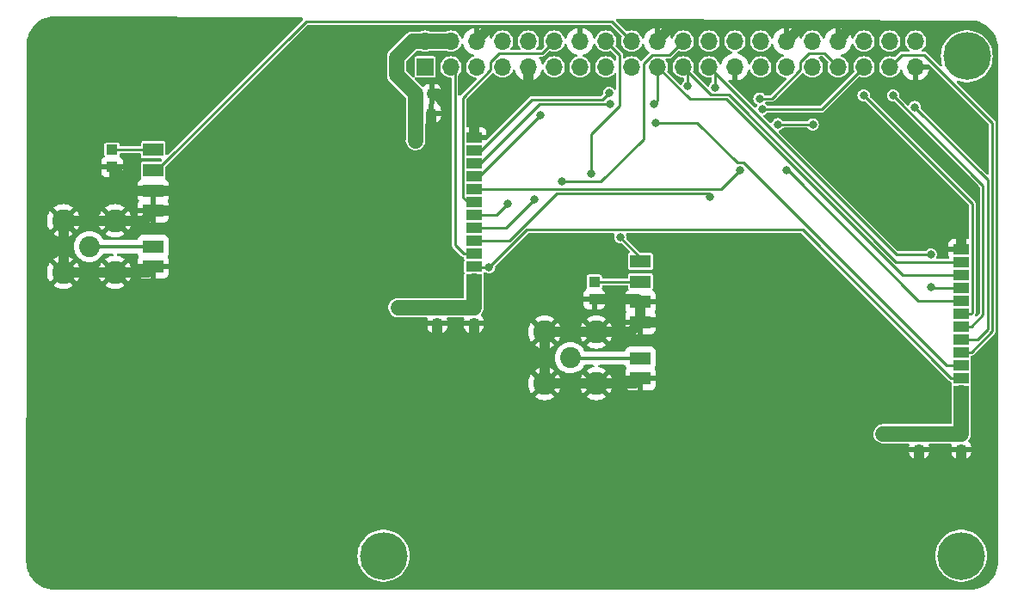
<source format=gtl>
%TF.GenerationSoftware,KiCad,Pcbnew,7.0.2-0*%
%TF.CreationDate,2024-03-08T21:10:32-08:00*%
%TF.ProjectId,Groundstation_Hat,47726f75-6e64-4737-9461-74696f6e5f48,rev?*%
%TF.SameCoordinates,Original*%
%TF.FileFunction,Copper,L1,Top*%
%TF.FilePolarity,Positive*%
%FSLAX46Y46*%
G04 Gerber Fmt 4.6, Leading zero omitted, Abs format (unit mm)*
G04 Created by KiCad (PCBNEW 7.0.2-0) date 2024-03-08 21:10:32*
%MOMM*%
%LPD*%
G01*
G04 APERTURE LIST*
G04 Aperture macros list*
%AMRoundRect*
0 Rectangle with rounded corners*
0 $1 Rounding radius*
0 $2 $3 $4 $5 $6 $7 $8 $9 X,Y pos of 4 corners*
0 Add a 4 corners polygon primitive as box body*
4,1,4,$2,$3,$4,$5,$6,$7,$8,$9,$2,$3,0*
0 Add four circle primitives for the rounded corners*
1,1,$1+$1,$2,$3*
1,1,$1+$1,$4,$5*
1,1,$1+$1,$6,$7*
1,1,$1+$1,$8,$9*
0 Add four rect primitives between the rounded corners*
20,1,$1+$1,$2,$3,$4,$5,0*
20,1,$1+$1,$4,$5,$6,$7,0*
20,1,$1+$1,$6,$7,$8,$9,0*
20,1,$1+$1,$8,$9,$2,$3,0*%
G04 Aperture macros list end*
%TA.AperFunction,ComponentPad*%
%ADD10R,1.700000X1.700000*%
%TD*%
%TA.AperFunction,ComponentPad*%
%ADD11O,1.700000X1.700000*%
%TD*%
%TA.AperFunction,ComponentPad*%
%ADD12C,2.050000*%
%TD*%
%TA.AperFunction,ComponentPad*%
%ADD13C,2.250000*%
%TD*%
%TA.AperFunction,SMDPad,CuDef*%
%ADD14R,1.100000X1.000000*%
%TD*%
%TA.AperFunction,ComponentPad*%
%ADD15C,4.700000*%
%TD*%
%TA.AperFunction,SMDPad,CuDef*%
%ADD16RoundRect,0.225000X-0.250000X0.225000X-0.250000X-0.225000X0.250000X-0.225000X0.250000X0.225000X0*%
%TD*%
%TA.AperFunction,SMDPad,CuDef*%
%ADD17RoundRect,0.225000X-0.225000X-0.250000X0.225000X-0.250000X0.225000X0.250000X-0.225000X0.250000X0*%
%TD*%
%TA.AperFunction,SMDPad,CuDef*%
%ADD18R,1.500000X0.975000*%
%TD*%
%TA.AperFunction,SMDPad,CuDef*%
%ADD19R,2.000000X1.300000*%
%TD*%
%TA.AperFunction,SMDPad,CuDef*%
%ADD20R,7.300000X5.100000*%
%TD*%
%TA.AperFunction,ViaPad*%
%ADD21C,0.800000*%
%TD*%
%TA.AperFunction,Conductor*%
%ADD22C,1.000000*%
%TD*%
%TA.AperFunction,Conductor*%
%ADD23C,1.500000*%
%TD*%
%TA.AperFunction,Conductor*%
%ADD24C,0.250000*%
%TD*%
%TA.AperFunction,Conductor*%
%ADD25C,0.349250*%
%TD*%
G04 APERTURE END LIST*
D10*
X173150000Y-81490000D03*
D11*
X173150000Y-78950000D03*
X175690000Y-81490000D03*
X175690000Y-78950000D03*
X178230000Y-81490000D03*
X178230000Y-78950000D03*
X180770000Y-81490000D03*
X180770000Y-78950000D03*
X183310000Y-81490000D03*
X183310000Y-78950000D03*
X185850000Y-81490000D03*
X185850000Y-78950000D03*
X188390000Y-81490000D03*
X188390000Y-78950000D03*
X190930000Y-81490000D03*
X190930000Y-78950000D03*
X193470000Y-81490000D03*
X193470000Y-78950000D03*
X196010000Y-81490000D03*
X196010000Y-78950000D03*
X198550000Y-81490000D03*
X198550000Y-78950000D03*
X201090000Y-81490000D03*
X201090000Y-78950000D03*
X203630000Y-81490000D03*
X203630000Y-78950000D03*
X206170000Y-81490000D03*
X206170000Y-78950000D03*
X208710000Y-81490000D03*
X208710000Y-78950000D03*
X211250000Y-81490000D03*
X211250000Y-78950000D03*
X213790000Y-81490000D03*
X213790000Y-78950000D03*
X216330000Y-81490000D03*
X216330000Y-78950000D03*
X218870000Y-81490000D03*
X218870000Y-78950000D03*
X221410000Y-81490000D03*
X221410000Y-78950000D03*
D12*
X140110000Y-99180000D03*
D13*
X142650000Y-101720000D03*
X142650000Y-96640000D03*
X137570000Y-101720000D03*
X137570000Y-96640000D03*
D14*
X142350000Y-91350000D03*
X142350000Y-89650000D03*
D15*
X225900000Y-129650000D03*
D16*
X221750000Y-117625000D03*
X221750000Y-119175000D03*
D17*
X172250000Y-84150000D03*
X173800000Y-84150000D03*
D16*
X177950000Y-105200000D03*
X177950000Y-106750000D03*
D15*
X226450000Y-80450000D03*
D16*
X174350000Y-105225000D03*
X174350000Y-106775000D03*
D12*
X187450000Y-110150000D03*
D13*
X189990000Y-112690000D03*
X189990000Y-107610000D03*
X184910000Y-112690000D03*
X184910000Y-107610000D03*
D17*
X172225000Y-86050000D03*
X173775000Y-86050000D03*
D18*
X225895000Y-113400000D03*
X225895000Y-112130000D03*
X225895000Y-110860000D03*
X225895000Y-109590000D03*
X225895000Y-108320000D03*
X225895000Y-107050000D03*
X225895000Y-105780000D03*
X225895000Y-104510000D03*
X225895000Y-103240000D03*
X225895000Y-101970000D03*
X225895000Y-100700000D03*
X225895000Y-99430000D03*
D19*
X194355000Y-100650000D03*
X194355000Y-102650000D03*
X194355000Y-104650000D03*
X194355000Y-106650000D03*
X194355000Y-110170000D03*
X194355000Y-112170000D03*
D20*
X200255000Y-106900000D03*
D14*
X189800000Y-104350000D03*
X189800000Y-102650000D03*
D15*
X169050000Y-129650000D03*
D16*
X225900000Y-117625000D03*
X225900000Y-119175000D03*
D18*
X177945000Y-102420000D03*
X177945000Y-101150000D03*
X177945000Y-99880000D03*
X177945000Y-98610000D03*
X177945000Y-97340000D03*
X177945000Y-96070000D03*
X177945000Y-94800000D03*
X177945000Y-93530000D03*
X177945000Y-92260000D03*
X177945000Y-90990000D03*
X177945000Y-89720000D03*
X177945000Y-88450000D03*
D19*
X146405000Y-89670000D03*
X146405000Y-91670000D03*
X146405000Y-93670000D03*
X146405000Y-95670000D03*
X146405000Y-99190000D03*
X146405000Y-101190000D03*
D20*
X152305000Y-95920000D03*
D21*
X172200000Y-88750000D03*
X218200000Y-117600000D03*
X170500000Y-105200000D03*
X225850000Y-97750000D03*
X204800000Y-84100000D03*
X203350000Y-110450000D03*
X149350000Y-99600000D03*
X155100000Y-99500000D03*
X205400000Y-106700000D03*
X156950000Y-95750000D03*
X152200000Y-99600000D03*
X197450000Y-110350000D03*
X156900000Y-93800000D03*
X157050000Y-97950000D03*
X200150000Y-110450000D03*
X174500000Y-89250000D03*
X221250000Y-84150000D03*
X205400000Y-109050000D03*
X175250000Y-85200000D03*
X205350000Y-104700000D03*
X221750000Y-121025000D03*
X177950000Y-109000000D03*
X174350000Y-109100000D03*
X177950000Y-86450000D03*
X225900000Y-120750000D03*
X195800000Y-86974500D03*
X189450000Y-92000000D03*
X192350000Y-98274500D03*
X195650000Y-85150000D03*
X191387701Y-85187701D03*
X198950000Y-83400000D03*
X191250000Y-84050000D03*
X179450000Y-101250000D03*
X186600000Y-92805500D03*
X184500000Y-86250000D03*
X201700000Y-83500000D03*
X222900000Y-99975500D03*
X222900000Y-103200000D03*
X208750000Y-91700000D03*
X207850000Y-87150000D03*
X211300000Y-87150000D03*
X204150000Y-91650000D03*
X183900000Y-94550000D03*
X206325500Y-85648524D03*
X221350000Y-85450000D03*
X206050000Y-84600000D03*
X181300000Y-94950000D03*
X219200000Y-84300000D03*
X216300000Y-84300000D03*
X201200000Y-94254500D03*
D22*
X183310000Y-81490000D02*
X183310000Y-83040000D01*
X183310000Y-83040000D02*
X182600000Y-83750000D01*
X178230000Y-78920000D02*
X179250000Y-77900000D01*
X196010000Y-78890000D02*
X197450000Y-77450000D01*
X208710000Y-78940000D02*
X210150000Y-77500000D01*
X213790000Y-78860000D02*
X215100000Y-77550000D01*
D23*
X225900000Y-117625000D02*
X225900000Y-113572500D01*
X172225000Y-88725000D02*
X172200000Y-88750000D01*
X171947919Y-78950000D02*
X173150000Y-78950000D01*
X172250000Y-84150000D02*
X172210000Y-84150000D01*
D22*
X218225000Y-117625000D02*
X218200000Y-117600000D01*
D23*
X170350000Y-82290000D02*
X170350000Y-80547919D01*
X177945000Y-105195000D02*
X177945000Y-102587500D01*
D24*
X225895000Y-117620000D02*
X225900000Y-117625000D01*
D23*
X172250000Y-86025000D02*
X172225000Y-86050000D01*
X170525000Y-105225000D02*
X170500000Y-105200000D01*
X172225000Y-86050000D02*
X172225000Y-88525000D01*
X173150000Y-78950000D02*
X175690000Y-78950000D01*
X177950000Y-105200000D02*
X174375000Y-105200000D01*
X221750000Y-117625000D02*
X218225000Y-117625000D01*
X174350000Y-105225000D02*
X170525000Y-105225000D01*
X225890000Y-117625000D02*
X221750000Y-117625000D01*
X170350000Y-80547919D02*
X171947919Y-78950000D01*
X172225000Y-88525000D02*
X172225000Y-88725000D01*
D24*
X225900000Y-113572500D02*
X225895000Y-113567500D01*
X225895000Y-117620000D02*
X225890000Y-117625000D01*
D23*
X172250000Y-84150000D02*
X172250000Y-86025000D01*
X172210000Y-84150000D02*
X170350000Y-82290000D01*
D22*
X174200000Y-84150000D02*
X175250000Y-85200000D01*
X193395000Y-107610000D02*
X194355000Y-106650000D01*
X189990000Y-107610000D02*
X184910000Y-107610000D01*
D24*
X153980000Y-95920000D02*
X154000000Y-95900000D01*
D22*
X177945000Y-88450000D02*
X177945000Y-86455000D01*
X145875000Y-101720000D02*
X146405000Y-101190000D01*
X173775000Y-86050000D02*
X173775000Y-88225000D01*
D24*
X177945000Y-86455000D02*
X177950000Y-86450000D01*
X150055000Y-93670000D02*
X152192500Y-95807500D01*
D22*
X173800000Y-88550000D02*
X174500000Y-89250000D01*
D24*
X152305000Y-95920000D02*
X153980000Y-95920000D01*
D22*
X146405000Y-93670000D02*
X150055000Y-93670000D01*
X142350000Y-91350000D02*
X144670000Y-93670000D01*
X184910000Y-112690000D02*
X184910000Y-107610000D01*
X225900000Y-119175000D02*
X225900000Y-120750000D01*
X152055000Y-95670000D02*
X152305000Y-95920000D01*
X137570000Y-96640000D02*
X142650000Y-96640000D01*
X194355000Y-104650000D02*
X194355000Y-106650000D01*
X142650000Y-96640000D02*
X145435000Y-96640000D01*
X142650000Y-101720000D02*
X145875000Y-101720000D01*
X137570000Y-101720000D02*
X142650000Y-101720000D01*
X221750000Y-119175000D02*
X221750000Y-121025000D01*
D24*
X208710000Y-78950000D02*
X208710000Y-78940000D01*
X173775000Y-88225000D02*
X173800000Y-88250000D01*
D22*
X177950000Y-106750000D02*
X177950000Y-109000000D01*
X137570000Y-101720000D02*
X137570000Y-96640000D01*
X193835000Y-112690000D02*
X194355000Y-112170000D01*
D24*
X178230000Y-78950000D02*
X178230000Y-78920000D01*
D22*
X189990000Y-112690000D02*
X184910000Y-112690000D01*
D24*
X152305000Y-97495000D02*
X152200000Y-97600000D01*
X173800000Y-88250000D02*
X173800000Y-88550000D01*
D22*
X194355000Y-106650000D02*
X200005000Y-106650000D01*
X146405000Y-95670000D02*
X152055000Y-95670000D01*
X144670000Y-93670000D02*
X146405000Y-93670000D01*
D24*
X152305000Y-95920000D02*
X152192500Y-95807500D01*
D22*
X173800000Y-84150000D02*
X174450000Y-84150000D01*
D24*
X196010000Y-78950000D02*
X196010000Y-78890000D01*
X203630000Y-82930000D02*
X204800000Y-84100000D01*
D22*
X225895000Y-99430000D02*
X225895000Y-97795000D01*
D24*
X213790000Y-78950000D02*
X213790000Y-78860000D01*
D22*
X174350000Y-106775000D02*
X174350000Y-109100000D01*
X189990000Y-107610000D02*
X193395000Y-107610000D01*
D24*
X203630000Y-81490000D02*
X203630000Y-82930000D01*
D22*
X145435000Y-96640000D02*
X146405000Y-95670000D01*
X173800000Y-84150000D02*
X174200000Y-84150000D01*
D24*
X225895000Y-97795000D02*
X225850000Y-97750000D01*
D22*
X189990000Y-112690000D02*
X193835000Y-112690000D01*
X189800000Y-104350000D02*
X194055000Y-104350000D01*
D24*
X200005000Y-106650000D02*
X200255000Y-106900000D01*
X176945000Y-99880000D02*
X176075000Y-99010000D01*
X176075000Y-81875000D02*
X175690000Y-81490000D01*
X176075000Y-99010000D02*
X176075000Y-81875000D01*
X177945000Y-99880000D02*
X176945000Y-99880000D01*
X204500305Y-90925000D02*
X224435305Y-110860000D01*
X224435305Y-110860000D02*
X225895000Y-110860000D01*
X199899195Y-86974500D02*
X203849695Y-90925000D01*
X203849695Y-90925000D02*
X204500305Y-90925000D01*
X195800000Y-86974500D02*
X199899195Y-86974500D01*
X177327500Y-94800000D02*
X176850000Y-94322500D01*
X179595000Y-81003299D02*
X180448299Y-80150000D01*
X177945000Y-94800000D02*
X177327500Y-94800000D01*
X180448299Y-80150000D02*
X184650000Y-80150000D01*
X176850000Y-94322500D02*
X176850000Y-84531701D01*
X176850000Y-84531701D02*
X179595000Y-81786701D01*
X184650000Y-80150000D02*
X185850000Y-78950000D01*
X179595000Y-81786701D02*
X179595000Y-81003299D01*
X192295000Y-85305000D02*
X192295000Y-80315000D01*
X192350000Y-98274500D02*
X194355000Y-100279500D01*
X189450000Y-92000000D02*
X189450000Y-88150000D01*
X194355000Y-100279500D02*
X194355000Y-100650000D01*
X189450000Y-88150000D02*
X192295000Y-85305000D01*
X192295000Y-80315000D02*
X190930000Y-78950000D01*
X146405000Y-91670000D02*
X146755000Y-91670000D01*
X191520000Y-77000000D02*
X193470000Y-78950000D01*
X146755000Y-91670000D02*
X161425000Y-77000000D01*
X161425000Y-77000000D02*
X191520000Y-77000000D01*
X196010000Y-84790000D02*
X196010000Y-81490000D01*
X202825000Y-84675000D02*
X199195000Y-84675000D01*
X225895000Y-101970000D02*
X220120000Y-101970000D01*
X184412299Y-85187701D02*
X191387701Y-85187701D01*
X177945000Y-90990000D02*
X178610000Y-90990000D01*
X220120000Y-101970000D02*
X202825000Y-84675000D01*
X199195000Y-84675000D02*
X196010000Y-81490000D01*
X195650000Y-85150000D02*
X196010000Y-84790000D01*
X178610000Y-90990000D02*
X184412299Y-85187701D01*
X203025000Y-84225000D02*
X201285000Y-84225000D01*
X225895000Y-100700000D02*
X219500000Y-100700000D01*
X198950000Y-81890000D02*
X198550000Y-81490000D01*
X190575000Y-84725000D02*
X191250000Y-84050000D01*
X219500000Y-100700000D02*
X203025000Y-84225000D01*
X177945000Y-89720000D02*
X178630000Y-89720000D01*
X201285000Y-84225000D02*
X198550000Y-81490000D01*
X198950000Y-83400000D02*
X198950000Y-81890000D01*
X183625000Y-84725000D02*
X190575000Y-84725000D01*
X178630000Y-89720000D02*
X183625000Y-84725000D01*
X194650000Y-81188299D02*
X194650000Y-88600000D01*
X190444500Y-92805500D02*
X186600000Y-92805500D01*
X183150000Y-97550000D02*
X179450000Y-101250000D01*
X197185000Y-80315000D02*
X195523299Y-80315000D01*
X179450000Y-101250000D02*
X178045000Y-101250000D01*
X224895000Y-112130000D02*
X210315000Y-97550000D01*
X195523299Y-80315000D02*
X194650000Y-81188299D01*
X198550000Y-78950000D02*
X197185000Y-80315000D01*
X210315000Y-97550000D02*
X183150000Y-97550000D01*
X194650000Y-88600000D02*
X190444500Y-92805500D01*
X178045000Y-101250000D02*
X177945000Y-101150000D01*
X225895000Y-112130000D02*
X224895000Y-112130000D01*
X201700000Y-82100000D02*
X201090000Y-81490000D01*
X201700000Y-83500000D02*
X201700000Y-82100000D01*
X222940000Y-103240000D02*
X222900000Y-103200000D01*
X201090000Y-81490000D02*
X219575500Y-99975500D01*
X225895000Y-103240000D02*
X222940000Y-103240000D01*
X219575500Y-99975500D02*
X222900000Y-99975500D01*
X184500000Y-86250000D02*
X178490000Y-92260000D01*
X178490000Y-92260000D02*
X177945000Y-92260000D01*
X208840000Y-91700000D02*
X221650000Y-104510000D01*
X221650000Y-104510000D02*
X225895000Y-104510000D01*
X208750000Y-91700000D02*
X208840000Y-91700000D01*
X202270000Y-93530000D02*
X204150000Y-91650000D01*
X177945000Y-93530000D02*
X202270000Y-93530000D01*
X207850000Y-87150000D02*
X211300000Y-87150000D01*
X220045000Y-80315000D02*
X218870000Y-81490000D01*
X222265000Y-80315000D02*
X220045000Y-80315000D01*
X228950000Y-107535000D02*
X228950000Y-87000000D01*
X226895000Y-109590000D02*
X228950000Y-107535000D01*
X225895000Y-109590000D02*
X226895000Y-109590000D01*
X228950000Y-87000000D02*
X222265000Y-80315000D01*
X181110000Y-97340000D02*
X183900000Y-94550000D01*
X177945000Y-97340000D02*
X181110000Y-97340000D01*
X212171476Y-85648524D02*
X216330000Y-81490000D01*
X206325500Y-85648524D02*
X212171476Y-85648524D01*
X225895000Y-108320000D02*
X227528604Y-108320000D01*
X228500000Y-92781701D02*
X228500000Y-92600000D01*
X228500000Y-92600000D02*
X221350000Y-85450000D01*
X228500000Y-107348604D02*
X228500000Y-92781701D01*
X227528604Y-108320000D02*
X228500000Y-107348604D01*
X210953299Y-80125000D02*
X212425000Y-80125000D01*
X206050000Y-84600000D02*
X207261701Y-84600000D01*
X180180000Y-96070000D02*
X181300000Y-94950000D01*
X210075000Y-81003299D02*
X210953299Y-80125000D01*
X210075000Y-81786701D02*
X210075000Y-81003299D01*
X207261701Y-84600000D02*
X210075000Y-81786701D01*
X177945000Y-96070000D02*
X180180000Y-96070000D01*
X212425000Y-80125000D02*
X213790000Y-81490000D01*
X228050000Y-94871701D02*
X228050000Y-93175305D01*
X228050000Y-105895000D02*
X228050000Y-94871701D01*
X228050000Y-93175305D02*
X219200000Y-84325305D01*
X225895000Y-107050000D02*
X226895000Y-107050000D01*
X219200000Y-84325305D02*
X219200000Y-84300000D01*
X226895000Y-107050000D02*
X228050000Y-105895000D01*
X226995951Y-94995951D02*
X216300000Y-84300000D01*
X225895000Y-105780000D02*
X226895000Y-105780000D01*
X226895000Y-105780000D02*
X226995951Y-105679049D01*
X226995951Y-96357652D02*
X226995951Y-94995951D01*
X226995951Y-105679049D02*
X226995951Y-96357652D01*
D25*
X146405000Y-99190000D02*
X140120000Y-99190000D01*
D24*
X140120000Y-99190000D02*
X140110000Y-99180000D01*
X200925500Y-93980000D02*
X186083604Y-93980000D01*
X181453604Y-98610000D02*
X177945000Y-98610000D01*
X201200000Y-94254500D02*
X200925500Y-93980000D01*
X186083604Y-93980000D02*
X181453604Y-98610000D01*
X146385000Y-89650000D02*
X146405000Y-89670000D01*
X142350000Y-89650000D02*
X146385000Y-89650000D01*
X194355000Y-102650000D02*
X189800000Y-102650000D01*
X187470000Y-110170000D02*
X187450000Y-110150000D01*
D25*
X194355000Y-110170000D02*
X187470000Y-110170000D01*
%TA.AperFunction,Conductor*%
G36*
X161041716Y-76624118D02*
G01*
X161108671Y-76644084D01*
X161154203Y-76697080D01*
X161163856Y-76766280D01*
X161134564Y-76829713D01*
X161128874Y-76835798D01*
X147817181Y-90147492D01*
X147755858Y-90180977D01*
X147686166Y-90175993D01*
X147630233Y-90134121D01*
X147605816Y-90068657D01*
X147605500Y-90059811D01*
X147605500Y-89000251D01*
X147593867Y-88941769D01*
X147549552Y-88875447D01*
X147483230Y-88831132D01*
X147424749Y-88819500D01*
X147424748Y-88819500D01*
X145385252Y-88819500D01*
X145385251Y-88819500D01*
X145326769Y-88831132D01*
X145260447Y-88875447D01*
X145216132Y-88941769D01*
X145204500Y-89000251D01*
X145204500Y-89200500D01*
X145184815Y-89267539D01*
X145132011Y-89313294D01*
X145080500Y-89324500D01*
X143224500Y-89324500D01*
X143157461Y-89304815D01*
X143111706Y-89252011D01*
X143100500Y-89200500D01*
X143100500Y-89130251D01*
X143088867Y-89071769D01*
X143044552Y-89005447D01*
X142978230Y-88961132D01*
X142919749Y-88949500D01*
X142919748Y-88949500D01*
X141780252Y-88949500D01*
X141780251Y-88949500D01*
X141721769Y-88961132D01*
X141655447Y-89005447D01*
X141611132Y-89071769D01*
X141599500Y-89130251D01*
X141599500Y-90169748D01*
X141613219Y-90238720D01*
X141629756Y-90291538D01*
X141611270Y-90358917D01*
X141571316Y-90394803D01*
X141572184Y-90395963D01*
X141442811Y-90492811D01*
X141356647Y-90607910D01*
X141306400Y-90742628D01*
X141300354Y-90798867D01*
X141300000Y-90805481D01*
X141300000Y-91100000D01*
X143400000Y-91100000D01*
X143400000Y-90805481D01*
X143399645Y-90798867D01*
X143393599Y-90742628D01*
X143343352Y-90607910D01*
X143257188Y-90492811D01*
X143127816Y-90395963D01*
X143129401Y-90393844D01*
X143094956Y-90368059D01*
X143070539Y-90302595D01*
X143085391Y-90234322D01*
X143088763Y-90228751D01*
X143088866Y-90228232D01*
X143088867Y-90228231D01*
X143100500Y-90169748D01*
X143100500Y-90099500D01*
X143120185Y-90032461D01*
X143172989Y-89986706D01*
X143224500Y-89975500D01*
X145080500Y-89975500D01*
X145147539Y-89995185D01*
X145193294Y-90047989D01*
X145204500Y-90099500D01*
X145204500Y-90339748D01*
X145216132Y-90398230D01*
X145260447Y-90464552D01*
X145326769Y-90508867D01*
X145385251Y-90520500D01*
X147144812Y-90520500D01*
X147211851Y-90540185D01*
X147257606Y-90592989D01*
X147267550Y-90662147D01*
X147238525Y-90725703D01*
X147232493Y-90732181D01*
X147181493Y-90783181D01*
X147120170Y-90816666D01*
X147093812Y-90819500D01*
X145385251Y-90819500D01*
X145326769Y-90831132D01*
X145260447Y-90875447D01*
X145216132Y-90941769D01*
X145204500Y-91000251D01*
X145204500Y-92339748D01*
X145218219Y-92408720D01*
X145234756Y-92461538D01*
X145216270Y-92528917D01*
X145176316Y-92564803D01*
X145177184Y-92565963D01*
X145047811Y-92662811D01*
X144961647Y-92777910D01*
X144911400Y-92912628D01*
X144905354Y-92968867D01*
X144905000Y-92975481D01*
X144905000Y-93420000D01*
X147905000Y-93420000D01*
X147905000Y-92975481D01*
X147904645Y-92968867D01*
X147898599Y-92912628D01*
X147848352Y-92777910D01*
X147762188Y-92662811D01*
X147632816Y-92565963D01*
X147634401Y-92563844D01*
X147599956Y-92538059D01*
X147575539Y-92472595D01*
X147590391Y-92404322D01*
X147593763Y-92398751D01*
X147593866Y-92398232D01*
X147593867Y-92398231D01*
X147605500Y-92339748D01*
X147605500Y-91331187D01*
X147625185Y-91264148D01*
X147641814Y-91243511D01*
X161523506Y-77361819D01*
X161584830Y-77328334D01*
X161611188Y-77325500D01*
X191333812Y-77325500D01*
X191400851Y-77345185D01*
X191421492Y-77361818D01*
X192468387Y-78408714D01*
X192501871Y-78470035D01*
X192497293Y-78534049D01*
X192498313Y-78534359D01*
X192496949Y-78538854D01*
X192496887Y-78539727D01*
X192496269Y-78541095D01*
X192434699Y-78744067D01*
X192414417Y-78949999D01*
X192434699Y-79155932D01*
X192456867Y-79229010D01*
X192484868Y-79321319D01*
X192494769Y-79353956D01*
X192501015Y-79365641D01*
X192592315Y-79536450D01*
X192633761Y-79586952D01*
X192723589Y-79696410D01*
X192791340Y-79752011D01*
X192883550Y-79827685D01*
X193066046Y-79925232D01*
X193264066Y-79985300D01*
X193470000Y-80005583D01*
X193675934Y-79985300D01*
X193873954Y-79925232D01*
X194056450Y-79827685D01*
X194216410Y-79696410D01*
X194347685Y-79536450D01*
X194445232Y-79353954D01*
X194465406Y-79287446D01*
X194503702Y-79229010D01*
X194567514Y-79200553D01*
X194636581Y-79211112D01*
X194688975Y-79257336D01*
X194703841Y-79291349D01*
X194736569Y-79413492D01*
X194836399Y-79627576D01*
X194971893Y-79821081D01*
X195138918Y-79988106D01*
X195165464Y-80006694D01*
X195209088Y-80061271D01*
X195216281Y-80130770D01*
X195184759Y-80193124D01*
X195182021Y-80195950D01*
X194501553Y-80876418D01*
X194440230Y-80909903D01*
X194370538Y-80904919D01*
X194318018Y-80867401D01*
X194317654Y-80866958D01*
X194255190Y-80790844D01*
X194216410Y-80743589D01*
X194091369Y-80640972D01*
X194056450Y-80612315D01*
X193878676Y-80517292D01*
X193873956Y-80514769D01*
X193873955Y-80514768D01*
X193873954Y-80514768D01*
X193756912Y-80479264D01*
X193675932Y-80454699D01*
X193470000Y-80434417D01*
X193264067Y-80454699D01*
X193129736Y-80495448D01*
X193066050Y-80514767D01*
X193066043Y-80514769D01*
X192883551Y-80612314D01*
X192823164Y-80661872D01*
X192758854Y-80689184D01*
X192689987Y-80677393D01*
X192638427Y-80630240D01*
X192620500Y-80566019D01*
X192620500Y-80450500D01*
X192620500Y-80334605D01*
X192620969Y-80323844D01*
X192624264Y-80286194D01*
X192614478Y-80249676D01*
X192612147Y-80239161D01*
X192605588Y-80201955D01*
X192605587Y-80201953D01*
X192605400Y-80200891D01*
X192595174Y-80176201D01*
X192572892Y-80144379D01*
X192567080Y-80135256D01*
X192548194Y-80102544D01*
X192519255Y-80078262D01*
X192511280Y-80070954D01*
X191931613Y-79491287D01*
X191898128Y-79429964D01*
X191902705Y-79365951D01*
X191901686Y-79365642D01*
X191903049Y-79361147D01*
X191903112Y-79360272D01*
X191903730Y-79358901D01*
X191905228Y-79353959D01*
X191905232Y-79353954D01*
X191965300Y-79155934D01*
X191985583Y-78950000D01*
X191965300Y-78744066D01*
X191905232Y-78546046D01*
X191807685Y-78363550D01*
X191718932Y-78255403D01*
X191676410Y-78203589D01*
X191550875Y-78100567D01*
X191516450Y-78072315D01*
X191333954Y-77974768D01*
X191216813Y-77939234D01*
X191135932Y-77914699D01*
X190952497Y-77896632D01*
X190930000Y-77894417D01*
X190929999Y-77894417D01*
X190724067Y-77914699D01*
X190526043Y-77974769D01*
X190343551Y-78072314D01*
X190183589Y-78203589D01*
X190052314Y-78363551D01*
X189954767Y-78546047D01*
X189934593Y-78612552D01*
X189896295Y-78670991D01*
X189832483Y-78699447D01*
X189763416Y-78688886D01*
X189711023Y-78642661D01*
X189696158Y-78608649D01*
X189663430Y-78486508D01*
X189563599Y-78272421D01*
X189428109Y-78078921D01*
X189261081Y-77911893D01*
X189067576Y-77776399D01*
X188853492Y-77676569D01*
X188640000Y-77619364D01*
X188640000Y-78514498D01*
X188532315Y-78465320D01*
X188425763Y-78450000D01*
X188354237Y-78450000D01*
X188247685Y-78465320D01*
X188140000Y-78514498D01*
X188140000Y-77619364D01*
X188139999Y-77619364D01*
X187926507Y-77676569D01*
X187712421Y-77776400D01*
X187518921Y-77911890D01*
X187351890Y-78078921D01*
X187216400Y-78272421D01*
X187116569Y-78486507D01*
X187083841Y-78608650D01*
X187047476Y-78668310D01*
X186984628Y-78698839D01*
X186915253Y-78690544D01*
X186861375Y-78646059D01*
X186845407Y-78612555D01*
X186825232Y-78546046D01*
X186727685Y-78363550D01*
X186638932Y-78255403D01*
X186596410Y-78203589D01*
X186470875Y-78100567D01*
X186436450Y-78072315D01*
X186253954Y-77974768D01*
X186136813Y-77939234D01*
X186055932Y-77914699D01*
X185850000Y-77894417D01*
X185644067Y-77914699D01*
X185446043Y-77974769D01*
X185263551Y-78072314D01*
X185103589Y-78203589D01*
X184972314Y-78363551D01*
X184874769Y-78546043D01*
X184814699Y-78744067D01*
X184794417Y-78949999D01*
X184814699Y-79155932D01*
X184831438Y-79211112D01*
X184874768Y-79353954D01*
X184874769Y-79353955D01*
X184878314Y-79365641D01*
X184874565Y-79366778D01*
X184884306Y-79413550D01*
X184859307Y-79478794D01*
X184848387Y-79491285D01*
X184794592Y-79545081D01*
X184551491Y-79788182D01*
X184490171Y-79821666D01*
X184463812Y-79824500D01*
X184213465Y-79824500D01*
X184146426Y-79804815D01*
X184100671Y-79752011D01*
X184090727Y-79682853D01*
X184117611Y-79621836D01*
X184120209Y-79618669D01*
X184187685Y-79536450D01*
X184285232Y-79353954D01*
X184345300Y-79155934D01*
X184365583Y-78950000D01*
X184345300Y-78744066D01*
X184285232Y-78546046D01*
X184187685Y-78363550D01*
X184098932Y-78255403D01*
X184056410Y-78203589D01*
X183930875Y-78100567D01*
X183896450Y-78072315D01*
X183713954Y-77974768D01*
X183596813Y-77939234D01*
X183515932Y-77914699D01*
X183332497Y-77896632D01*
X183310000Y-77894417D01*
X183309999Y-77894417D01*
X183104067Y-77914699D01*
X182906043Y-77974769D01*
X182723551Y-78072314D01*
X182563589Y-78203589D01*
X182432314Y-78363551D01*
X182334769Y-78546043D01*
X182274699Y-78744067D01*
X182254417Y-78949999D01*
X182274699Y-79155932D01*
X182296867Y-79229010D01*
X182324868Y-79321319D01*
X182334769Y-79353956D01*
X182341015Y-79365641D01*
X182432315Y-79536450D01*
X182473761Y-79586952D01*
X182502389Y-79621836D01*
X182529701Y-79686146D01*
X182517910Y-79755013D01*
X182470757Y-79806573D01*
X182406535Y-79824500D01*
X181673465Y-79824500D01*
X181606426Y-79804815D01*
X181560671Y-79752011D01*
X181550727Y-79682853D01*
X181577611Y-79621836D01*
X181580209Y-79618669D01*
X181647685Y-79536450D01*
X181745232Y-79353954D01*
X181805300Y-79155934D01*
X181825583Y-78950000D01*
X181805300Y-78744066D01*
X181745232Y-78546046D01*
X181647685Y-78363550D01*
X181558932Y-78255403D01*
X181516410Y-78203589D01*
X181390875Y-78100567D01*
X181356450Y-78072315D01*
X181173954Y-77974768D01*
X181056813Y-77939234D01*
X180975932Y-77914699D01*
X180770000Y-77894417D01*
X180564067Y-77914699D01*
X180366043Y-77974769D01*
X180183551Y-78072314D01*
X180023589Y-78203589D01*
X179892314Y-78363551D01*
X179794767Y-78546047D01*
X179774593Y-78612552D01*
X179736295Y-78670991D01*
X179672483Y-78699447D01*
X179603416Y-78688886D01*
X179551023Y-78642661D01*
X179536158Y-78608649D01*
X179503430Y-78486508D01*
X179403599Y-78272421D01*
X179268109Y-78078921D01*
X179101081Y-77911893D01*
X178907576Y-77776399D01*
X178693492Y-77676569D01*
X178480000Y-77619364D01*
X178480000Y-78514498D01*
X178372315Y-78465320D01*
X178265763Y-78450000D01*
X178194237Y-78450000D01*
X178087685Y-78465320D01*
X177980000Y-78514498D01*
X177980000Y-77619364D01*
X177979999Y-77619364D01*
X177766507Y-77676569D01*
X177552421Y-77776400D01*
X177358921Y-77911890D01*
X177191890Y-78078921D01*
X177056400Y-78272421D01*
X176956569Y-78486507D01*
X176923841Y-78608650D01*
X176887476Y-78668310D01*
X176824628Y-78698839D01*
X176755253Y-78690544D01*
X176701375Y-78646059D01*
X176685407Y-78612555D01*
X176665232Y-78546046D01*
X176567685Y-78363550D01*
X176478932Y-78255403D01*
X176436410Y-78203589D01*
X176310875Y-78100567D01*
X176276450Y-78072315D01*
X176093954Y-77974768D01*
X175976813Y-77939234D01*
X175895932Y-77914699D01*
X175712497Y-77896632D01*
X175690000Y-77894417D01*
X175689999Y-77894417D01*
X175484067Y-77914699D01*
X175369862Y-77949343D01*
X175286046Y-77974768D01*
X175267165Y-77984859D01*
X175208716Y-77999500D01*
X173631284Y-77999500D01*
X173572834Y-77984859D01*
X173553954Y-77974768D01*
X173433816Y-77938324D01*
X173355932Y-77914699D01*
X173150000Y-77894417D01*
X172944067Y-77914699D01*
X172829862Y-77949343D01*
X172746046Y-77974768D01*
X172727165Y-77984859D01*
X172668716Y-77999500D01*
X171961545Y-77999500D01*
X171958403Y-77999460D01*
X171875375Y-77997355D01*
X171820448Y-78007199D01*
X171811124Y-78008506D01*
X171755600Y-78014154D01*
X171728399Y-78022688D01*
X171713160Y-78026428D01*
X171685092Y-78031459D01*
X171633254Y-78052164D01*
X171624387Y-78055321D01*
X171571149Y-78072026D01*
X171546227Y-78085858D01*
X171532058Y-78092587D01*
X171505569Y-78103169D01*
X171458970Y-78133880D01*
X171450915Y-78138761D01*
X171402126Y-78165842D01*
X171380496Y-78184411D01*
X171367966Y-78193859D01*
X171344157Y-78209550D01*
X171304704Y-78249003D01*
X171297798Y-78255403D01*
X171255450Y-78291759D01*
X171237997Y-78314306D01*
X171227625Y-78326082D01*
X169687551Y-79866156D01*
X169685304Y-79868348D01*
X169625081Y-79925595D01*
X169617269Y-79936819D01*
X169593193Y-79971408D01*
X169587531Y-79978917D01*
X169552266Y-80022167D01*
X169539067Y-80047435D01*
X169530936Y-80060856D01*
X169514646Y-80084261D01*
X169492639Y-80135543D01*
X169488599Y-80144051D01*
X169462762Y-80193514D01*
X169454919Y-80220922D01*
X169449658Y-80235698D01*
X169438413Y-80261904D01*
X169427178Y-80316572D01*
X169424933Y-80325719D01*
X169409582Y-80379367D01*
X169407418Y-80407794D01*
X169405238Y-80423338D01*
X169399500Y-80451261D01*
X169399500Y-80507065D01*
X169399142Y-80516479D01*
X169394905Y-80572122D01*
X169398506Y-80600395D01*
X169399500Y-80616061D01*
X169399500Y-82276374D01*
X169399460Y-82279516D01*
X169397355Y-82362546D01*
X169407199Y-82417469D01*
X169408508Y-82426797D01*
X169414155Y-82482321D01*
X169422689Y-82509520D01*
X169426431Y-82524764D01*
X169431461Y-82552829D01*
X169452159Y-82604645D01*
X169455319Y-82613520D01*
X169472026Y-82666769D01*
X169485859Y-82691691D01*
X169492592Y-82705868D01*
X169503170Y-82732349D01*
X169533877Y-82778941D01*
X169538760Y-82787000D01*
X169565841Y-82835791D01*
X169584414Y-82857426D01*
X169593865Y-82869961D01*
X169609548Y-82893758D01*
X169649000Y-82933210D01*
X169655404Y-82940119D01*
X169691760Y-82982468D01*
X169714302Y-82999917D01*
X169726080Y-83010290D01*
X171263181Y-84547391D01*
X171296666Y-84608714D01*
X171299500Y-84635072D01*
X171299500Y-85811922D01*
X171294716Y-85846034D01*
X171284582Y-85881449D01*
X171282418Y-85909875D01*
X171280238Y-85925419D01*
X171274500Y-85953342D01*
X171274500Y-86009146D01*
X171274142Y-86018560D01*
X171269905Y-86074203D01*
X171273506Y-86102476D01*
X171274500Y-86118142D01*
X171274500Y-88511922D01*
X171269716Y-88546033D01*
X171259582Y-88581448D01*
X171244905Y-88774204D01*
X171269327Y-88965966D01*
X171331850Y-89148885D01*
X171429920Y-89315483D01*
X171559512Y-89458920D01*
X171715325Y-89573337D01*
X171715328Y-89573338D01*
X171715329Y-89573339D01*
X171890987Y-89654048D01*
X172079295Y-89697746D01*
X172079295Y-89697747D01*
X172272543Y-89702644D01*
X172272543Y-89702643D01*
X172272546Y-89702644D01*
X172462828Y-89668539D01*
X172642348Y-89596830D01*
X172803759Y-89490451D01*
X172887523Y-89406686D01*
X172889693Y-89404570D01*
X172949919Y-89347323D01*
X172981816Y-89301493D01*
X172987445Y-89294027D01*
X173022734Y-89250751D01*
X173035933Y-89225479D01*
X173044067Y-89212056D01*
X173060352Y-89188659D01*
X173060353Y-89188658D01*
X173082367Y-89137354D01*
X173086394Y-89128875D01*
X173112236Y-89079406D01*
X173120077Y-89051998D01*
X173125337Y-89037225D01*
X173136587Y-89011012D01*
X173147826Y-88956313D01*
X173150059Y-88947217D01*
X173165416Y-88893552D01*
X173167580Y-88865125D01*
X173169759Y-88849588D01*
X173175500Y-88821656D01*
X173175500Y-88765849D01*
X173175858Y-88756434D01*
X173180095Y-88700797D01*
X173176494Y-88672521D01*
X173175500Y-88656856D01*
X173175500Y-87111391D01*
X173195185Y-87044352D01*
X173247989Y-86998597D01*
X173317147Y-86988653D01*
X173338504Y-86993685D01*
X173402393Y-87014856D01*
X173498536Y-87024678D01*
X173504851Y-87024999D01*
X173525000Y-87024999D01*
X173525000Y-86300000D01*
X174025000Y-86300000D01*
X174025000Y-87024999D01*
X174045165Y-87024999D01*
X174051447Y-87024678D01*
X174147605Y-87014856D01*
X174308486Y-86961546D01*
X174452732Y-86872573D01*
X174572573Y-86752732D01*
X174661546Y-86608486D01*
X174714856Y-86447606D01*
X174724680Y-86351445D01*
X174725000Y-86345167D01*
X174725000Y-86300000D01*
X174025000Y-86300000D01*
X173525000Y-86300000D01*
X173525000Y-85800000D01*
X174025000Y-85800000D01*
X174724999Y-85800000D01*
X174724999Y-85754834D01*
X174724678Y-85748552D01*
X174714856Y-85652394D01*
X174661546Y-85491513D01*
X174572573Y-85347267D01*
X174452732Y-85227426D01*
X174429746Y-85213248D01*
X174383021Y-85161300D01*
X174371800Y-85092338D01*
X174399643Y-85028256D01*
X174429746Y-85002171D01*
X174477734Y-84972571D01*
X174597573Y-84852732D01*
X174686546Y-84708486D01*
X174739856Y-84547606D01*
X174749680Y-84451445D01*
X174750000Y-84445167D01*
X174750000Y-84400000D01*
X174050000Y-84400000D01*
X174050000Y-85088638D01*
X174030315Y-85155677D01*
X174025000Y-85162272D01*
X174025000Y-85800000D01*
X173525000Y-85800000D01*
X173525000Y-85111362D01*
X173544685Y-85044323D01*
X173550000Y-85037727D01*
X173550000Y-83175000D01*
X174050000Y-83175000D01*
X174050000Y-83900000D01*
X174749999Y-83900000D01*
X174749999Y-83854834D01*
X174749678Y-83848552D01*
X174739856Y-83752394D01*
X174686546Y-83591513D01*
X174597573Y-83447267D01*
X174477732Y-83327426D01*
X174333486Y-83238453D01*
X174172606Y-83185143D01*
X174076445Y-83175319D01*
X174070168Y-83175000D01*
X174050000Y-83175000D01*
X173550000Y-83175000D01*
X173529836Y-83175000D01*
X173523550Y-83175321D01*
X173427394Y-83185143D01*
X173266513Y-83238453D01*
X173122267Y-83327426D01*
X173035479Y-83414215D01*
X172974156Y-83447700D01*
X172904464Y-83442716D01*
X172876960Y-83428308D01*
X172815336Y-83385416D01*
X172810274Y-83381699D01*
X172755373Y-83339204D01*
X172750397Y-83336763D01*
X172717327Y-83313117D01*
X172150439Y-82746229D01*
X172116954Y-82684906D01*
X172121938Y-82615214D01*
X172163810Y-82559281D01*
X172229274Y-82534864D01*
X172262307Y-82536930D01*
X172280252Y-82540500D01*
X172280254Y-82540500D01*
X174019749Y-82540500D01*
X174074274Y-82529654D01*
X174078231Y-82528867D01*
X174144552Y-82484552D01*
X174188867Y-82418231D01*
X174200500Y-82359748D01*
X174200500Y-80620252D01*
X174199882Y-80617147D01*
X174188867Y-80561769D01*
X174144552Y-80495447D01*
X174078230Y-80451132D01*
X174019749Y-80439500D01*
X174019748Y-80439500D01*
X172280252Y-80439500D01*
X172280251Y-80439500D01*
X172221769Y-80451132D01*
X172155447Y-80495447D01*
X172111132Y-80561769D01*
X172099500Y-80620251D01*
X172099500Y-82359750D01*
X172103068Y-82377688D01*
X172096841Y-82447280D01*
X172053978Y-82502457D01*
X171988088Y-82525701D01*
X171920091Y-82509633D01*
X171893770Y-82489560D01*
X171336819Y-81932609D01*
X171303334Y-81871286D01*
X171300500Y-81844928D01*
X171300500Y-80992991D01*
X171320185Y-80925952D01*
X171336819Y-80905310D01*
X172305310Y-79936819D01*
X172366633Y-79903334D01*
X172392991Y-79900500D01*
X172668716Y-79900500D01*
X172727165Y-79915140D01*
X172746046Y-79925232D01*
X172944066Y-79985300D01*
X173150000Y-80005583D01*
X173355934Y-79985300D01*
X173553954Y-79925232D01*
X173572834Y-79915140D01*
X173631284Y-79900500D01*
X175208716Y-79900500D01*
X175267165Y-79915140D01*
X175286046Y-79925232D01*
X175484066Y-79985300D01*
X175690000Y-80005583D01*
X175895934Y-79985300D01*
X176093954Y-79925232D01*
X176276450Y-79827685D01*
X176436410Y-79696410D01*
X176567685Y-79536450D01*
X176665232Y-79353954D01*
X176685406Y-79287446D01*
X176723702Y-79229010D01*
X176787514Y-79200553D01*
X176856581Y-79211112D01*
X176908975Y-79257336D01*
X176923841Y-79291349D01*
X176956569Y-79413492D01*
X177056399Y-79627576D01*
X177191893Y-79821081D01*
X177358918Y-79988106D01*
X177552423Y-80123600D01*
X177766508Y-80223430D01*
X177888649Y-80256158D01*
X177948310Y-80292523D01*
X177978839Y-80355370D01*
X177970544Y-80424745D01*
X177926059Y-80478623D01*
X177892552Y-80494593D01*
X177826047Y-80514767D01*
X177643551Y-80612314D01*
X177483589Y-80743589D01*
X177352314Y-80903551D01*
X177254769Y-81086043D01*
X177194699Y-81284067D01*
X177174417Y-81490000D01*
X177194699Y-81695932D01*
X177194700Y-81695934D01*
X177254768Y-81893954D01*
X177352315Y-82076450D01*
X177381980Y-82112597D01*
X177483589Y-82236410D01*
X177559251Y-82298503D01*
X177643550Y-82367685D01*
X177826046Y-82465232D01*
X178024066Y-82525300D01*
X178101806Y-82532956D01*
X178166592Y-82559116D01*
X178206951Y-82616150D01*
X178210068Y-82685951D01*
X178177332Y-82744040D01*
X176633714Y-84287659D01*
X176625740Y-84294966D01*
X176604207Y-84313035D01*
X176540200Y-84341049D01*
X176471207Y-84330011D01*
X176419135Y-84283425D01*
X176400500Y-84218047D01*
X176400500Y-82324528D01*
X176420185Y-82257489D01*
X176429818Y-82246802D01*
X176428661Y-82245852D01*
X176440088Y-82231928D01*
X176567685Y-82076450D01*
X176665232Y-81893954D01*
X176725300Y-81695934D01*
X176745583Y-81490000D01*
X176725300Y-81284066D01*
X176665232Y-81086046D01*
X176567685Y-80903550D01*
X176475190Y-80790844D01*
X176436410Y-80743589D01*
X176311369Y-80640972D01*
X176276450Y-80612315D01*
X176098676Y-80517292D01*
X176093956Y-80514769D01*
X176093955Y-80514768D01*
X176093954Y-80514768D01*
X175976912Y-80479264D01*
X175895932Y-80454699D01*
X175712497Y-80436632D01*
X175690000Y-80434417D01*
X175689999Y-80434417D01*
X175484067Y-80454699D01*
X175349736Y-80495448D01*
X175286050Y-80514767D01*
X175286043Y-80514769D01*
X175103551Y-80612314D01*
X174943589Y-80743589D01*
X174812314Y-80903551D01*
X174714769Y-81086043D01*
X174654699Y-81284067D01*
X174634417Y-81490000D01*
X174654699Y-81695932D01*
X174654700Y-81695934D01*
X174714768Y-81893954D01*
X174812315Y-82076450D01*
X174841980Y-82112597D01*
X174943589Y-82236410D01*
X175019251Y-82298503D01*
X175103550Y-82367685D01*
X175286046Y-82465232D01*
X175484066Y-82525300D01*
X175637654Y-82540427D01*
X175702441Y-82566588D01*
X175742800Y-82623622D01*
X175749500Y-82663830D01*
X175749500Y-98990372D01*
X175749028Y-99001180D01*
X175745735Y-99038807D01*
X175755512Y-99075296D01*
X175757853Y-99085852D01*
X175764599Y-99124107D01*
X175774829Y-99148803D01*
X175775446Y-99149684D01*
X175797112Y-99180627D01*
X175802915Y-99189736D01*
X175821806Y-99222455D01*
X175825115Y-99225232D01*
X175850742Y-99246735D01*
X175858718Y-99254044D01*
X176700950Y-100096276D01*
X176708258Y-100104250D01*
X176732545Y-100133194D01*
X176756594Y-100147079D01*
X176765256Y-100152080D01*
X176774379Y-100157892D01*
X176805316Y-100179554D01*
X176805317Y-100179554D01*
X176806198Y-100180171D01*
X176830891Y-100190400D01*
X176831954Y-100190587D01*
X176831955Y-100190588D01*
X176869143Y-100197145D01*
X176879694Y-100199483D01*
X176902595Y-100205620D01*
X176962254Y-100241984D01*
X176992783Y-100304831D01*
X176994500Y-100325394D01*
X176994500Y-100387248D01*
X177006132Y-100445730D01*
X177006385Y-100446108D01*
X177027263Y-100512785D01*
X177008779Y-100580166D01*
X177006388Y-100583885D01*
X177006133Y-100584265D01*
X176994500Y-100642751D01*
X176994500Y-101657248D01*
X177006132Y-101715730D01*
X177006387Y-101716111D01*
X177027263Y-101782789D01*
X177008777Y-101850169D01*
X177006387Y-101853889D01*
X177006132Y-101854269D01*
X176994500Y-101912751D01*
X176994500Y-104125500D01*
X176974815Y-104192539D01*
X176922011Y-104238294D01*
X176870500Y-104249500D01*
X174326794Y-104249500D01*
X174323683Y-104249816D01*
X174323670Y-104249817D01*
X174182678Y-104264155D01*
X174175821Y-104266306D01*
X174167831Y-104268813D01*
X174130712Y-104274500D01*
X170738077Y-104274500D01*
X170703965Y-104269716D01*
X170668550Y-104259582D01*
X170505150Y-104247140D01*
X170475797Y-104244905D01*
X170475796Y-104244905D01*
X170475795Y-104244905D01*
X170284033Y-104269327D01*
X170101114Y-104331850D01*
X169934516Y-104429920D01*
X169791079Y-104559512D01*
X169676662Y-104715325D01*
X169595951Y-104890990D01*
X169552252Y-105079295D01*
X169547355Y-105272543D01*
X169551085Y-105293352D01*
X169581461Y-105462828D01*
X169653170Y-105642348D01*
X169759549Y-105803759D01*
X169843295Y-105887505D01*
X169845410Y-105889673D01*
X169902677Y-105949919D01*
X169948486Y-105981803D01*
X169955992Y-105987463D01*
X169999249Y-106022734D01*
X170024522Y-106035935D01*
X170037943Y-106044067D01*
X170061340Y-106060352D01*
X170061341Y-106060352D01*
X170061342Y-106060353D01*
X170112643Y-106082367D01*
X170121133Y-106086399D01*
X170143504Y-106098085D01*
X170170594Y-106112236D01*
X170197994Y-106120076D01*
X170212783Y-106125341D01*
X170238988Y-106136587D01*
X170293659Y-106147821D01*
X170302793Y-106150062D01*
X170356448Y-106165416D01*
X170371485Y-106166560D01*
X170384869Y-106167580D01*
X170400415Y-106169760D01*
X170428344Y-106175500D01*
X170484149Y-106175500D01*
X170493564Y-106175858D01*
X170497712Y-106176173D01*
X170549203Y-106180095D01*
X170577477Y-106176493D01*
X170593143Y-106175500D01*
X173288609Y-106175500D01*
X173355648Y-106195185D01*
X173401403Y-106247989D01*
X173411347Y-106317147D01*
X173406315Y-106338504D01*
X173385143Y-106402393D01*
X173375319Y-106498554D01*
X173375000Y-106504832D01*
X173375000Y-106525000D01*
X175324999Y-106525000D01*
X175324999Y-106504834D01*
X175324678Y-106498552D01*
X175314856Y-106402394D01*
X175285401Y-106313504D01*
X175282999Y-106243675D01*
X175318731Y-106183634D01*
X175381252Y-106152441D01*
X175403107Y-106150500D01*
X176888609Y-106150500D01*
X176955648Y-106170185D01*
X177001403Y-106222989D01*
X177011347Y-106292147D01*
X177006315Y-106313504D01*
X176985143Y-106377393D01*
X176975319Y-106473554D01*
X176975000Y-106479832D01*
X176975000Y-106500000D01*
X178924999Y-106500000D01*
X178924999Y-106479834D01*
X178924678Y-106473552D01*
X178914856Y-106377394D01*
X178861546Y-106216513D01*
X178772575Y-106072270D01*
X178683073Y-105982769D01*
X178649588Y-105921446D01*
X178654572Y-105851754D01*
X178672695Y-105819188D01*
X178760796Y-105705373D01*
X178845930Y-105531816D01*
X178894385Y-105344674D01*
X178904176Y-105151610D01*
X178903163Y-105145000D01*
X178896930Y-105104311D01*
X178895500Y-105085533D01*
X178895500Y-104600000D01*
X188750000Y-104600000D01*
X188750000Y-104894518D01*
X188750354Y-104901132D01*
X188756400Y-104957371D01*
X188806647Y-105092089D01*
X188892811Y-105207188D01*
X189007910Y-105293352D01*
X189142628Y-105343599D01*
X189198867Y-105349645D01*
X189205482Y-105350000D01*
X189550000Y-105350000D01*
X189550000Y-104600000D01*
X190050000Y-104600000D01*
X190050000Y-105350000D01*
X190394518Y-105350000D01*
X190401132Y-105349645D01*
X190457371Y-105343599D01*
X190592089Y-105293352D01*
X190707188Y-105207188D01*
X190793352Y-105092089D01*
X190843599Y-104957371D01*
X190849645Y-104901132D01*
X190849706Y-104900000D01*
X192855000Y-104900000D01*
X192855000Y-105344518D01*
X192855354Y-105351132D01*
X192861400Y-105407371D01*
X192911648Y-105542091D01*
X192936800Y-105575690D01*
X192961217Y-105641154D01*
X192946365Y-105709427D01*
X192936800Y-105724310D01*
X192911648Y-105757908D01*
X192861400Y-105892628D01*
X192855354Y-105948867D01*
X192855000Y-105955481D01*
X192855000Y-106400000D01*
X194105000Y-106400000D01*
X194105000Y-104900000D01*
X194605000Y-104900000D01*
X194605000Y-106400000D01*
X195855000Y-106400000D01*
X195855000Y-105955481D01*
X195854645Y-105948867D01*
X195848599Y-105892626D01*
X195798353Y-105757911D01*
X195773200Y-105724312D01*
X195748782Y-105658848D01*
X195763633Y-105590575D01*
X195773200Y-105575688D01*
X195798353Y-105542088D01*
X195848599Y-105407373D01*
X195854645Y-105351132D01*
X195855000Y-105344518D01*
X195855000Y-104900000D01*
X194605000Y-104900000D01*
X194105000Y-104900000D01*
X192855000Y-104900000D01*
X190849706Y-104900000D01*
X190850000Y-104894518D01*
X190850000Y-104600000D01*
X190050000Y-104600000D01*
X189550000Y-104600000D01*
X188750000Y-104600000D01*
X178895500Y-104600000D01*
X178895500Y-104100000D01*
X188750000Y-104100000D01*
X190850000Y-104100000D01*
X190850000Y-103805481D01*
X190849645Y-103798867D01*
X190843599Y-103742628D01*
X190793352Y-103607910D01*
X190707188Y-103492811D01*
X190577816Y-103395963D01*
X190579401Y-103393844D01*
X190544956Y-103368059D01*
X190520539Y-103302595D01*
X190535391Y-103234322D01*
X190538763Y-103228751D01*
X190538866Y-103228232D01*
X190538867Y-103228231D01*
X190550500Y-103169748D01*
X190550500Y-103099500D01*
X190570185Y-103032461D01*
X190622989Y-102986706D01*
X190674500Y-102975500D01*
X193030500Y-102975500D01*
X193097539Y-102995185D01*
X193143294Y-103047989D01*
X193154500Y-103099500D01*
X193154500Y-103319748D01*
X193168219Y-103388720D01*
X193184756Y-103441538D01*
X193166270Y-103508917D01*
X193126316Y-103544803D01*
X193127184Y-103545963D01*
X192997811Y-103642811D01*
X192911647Y-103757910D01*
X192861400Y-103892628D01*
X192855354Y-103948867D01*
X192855000Y-103955481D01*
X192855000Y-104400000D01*
X195855000Y-104400000D01*
X195855000Y-103955481D01*
X195854645Y-103948867D01*
X195848599Y-103892628D01*
X195798352Y-103757910D01*
X195712188Y-103642811D01*
X195582816Y-103545963D01*
X195584401Y-103543844D01*
X195549956Y-103518059D01*
X195525539Y-103452595D01*
X195540391Y-103384322D01*
X195543763Y-103378751D01*
X195543866Y-103378232D01*
X195543867Y-103378231D01*
X195555500Y-103319748D01*
X195555500Y-101980252D01*
X195543867Y-101921769D01*
X195523396Y-101891132D01*
X195499552Y-101855447D01*
X195433230Y-101811132D01*
X195374749Y-101799500D01*
X195374748Y-101799500D01*
X193335252Y-101799500D01*
X193335251Y-101799500D01*
X193276769Y-101811132D01*
X193210447Y-101855447D01*
X193166132Y-101921769D01*
X193154500Y-101980251D01*
X193154500Y-102200500D01*
X193134815Y-102267539D01*
X193082011Y-102313294D01*
X193030500Y-102324500D01*
X190674500Y-102324500D01*
X190607461Y-102304815D01*
X190561706Y-102252011D01*
X190550500Y-102200500D01*
X190550500Y-102130251D01*
X190538867Y-102071769D01*
X190494552Y-102005447D01*
X190428230Y-101961132D01*
X190369749Y-101949500D01*
X190369748Y-101949500D01*
X189230252Y-101949500D01*
X189230251Y-101949500D01*
X189171769Y-101961132D01*
X189105447Y-102005447D01*
X189061132Y-102071769D01*
X189049500Y-102130251D01*
X189049500Y-103169748D01*
X189063219Y-103238720D01*
X189079756Y-103291538D01*
X189061270Y-103358917D01*
X189021316Y-103394803D01*
X189022184Y-103395963D01*
X188892811Y-103492811D01*
X188806647Y-103607910D01*
X188756400Y-103742628D01*
X188750354Y-103798867D01*
X188750000Y-103805481D01*
X188750000Y-104100000D01*
X178895500Y-104100000D01*
X178895500Y-101912751D01*
X178882000Y-101844883D01*
X178888227Y-101775291D01*
X178931090Y-101720114D01*
X178996980Y-101696869D01*
X179064977Y-101712937D01*
X179079097Y-101722310D01*
X179147159Y-101774536D01*
X179147160Y-101774536D01*
X179147161Y-101774537D01*
X179165304Y-101782052D01*
X179293238Y-101835044D01*
X179450000Y-101855682D01*
X179606762Y-101835044D01*
X179752841Y-101774536D01*
X179878282Y-101678282D01*
X179974536Y-101552841D01*
X180035044Y-101406762D01*
X180055682Y-101250000D01*
X180046752Y-101182180D01*
X180057518Y-101113144D01*
X180082008Y-101078316D01*
X183248507Y-97911819D01*
X183309831Y-97878334D01*
X183336189Y-97875500D01*
X191679715Y-97875500D01*
X191746754Y-97895185D01*
X191792509Y-97947989D01*
X191802453Y-98017147D01*
X191794276Y-98046952D01*
X191764956Y-98117737D01*
X191744317Y-98274499D01*
X191764956Y-98431262D01*
X191825463Y-98577340D01*
X191921717Y-98702782D01*
X192047158Y-98799035D01*
X192047159Y-98799036D01*
X192193238Y-98859544D01*
X192329361Y-98877464D01*
X192349999Y-98880182D01*
X192349999Y-98880181D01*
X192350000Y-98880182D01*
X192417818Y-98871253D01*
X192486853Y-98882018D01*
X192521685Y-98906511D01*
X193259570Y-99644397D01*
X193293055Y-99705720D01*
X193288071Y-99775412D01*
X193246199Y-99831345D01*
X193240781Y-99835179D01*
X193210448Y-99855446D01*
X193166132Y-99921769D01*
X193154500Y-99980251D01*
X193154500Y-101319748D01*
X193166132Y-101378230D01*
X193210447Y-101444552D01*
X193276769Y-101488867D01*
X193335251Y-101500500D01*
X193335252Y-101500500D01*
X195374749Y-101500500D01*
X195403989Y-101494683D01*
X195433231Y-101488867D01*
X195499552Y-101444552D01*
X195543867Y-101378231D01*
X195555500Y-101319748D01*
X195555500Y-99980252D01*
X195543867Y-99921769D01*
X195543867Y-99921768D01*
X195499552Y-99855447D01*
X195433230Y-99811132D01*
X195374749Y-99799500D01*
X195374748Y-99799500D01*
X194386689Y-99799500D01*
X194319650Y-99779815D01*
X194299008Y-99763181D01*
X192982011Y-98446185D01*
X192948526Y-98384862D01*
X192946753Y-98342318D01*
X192949889Y-98318500D01*
X192955682Y-98274500D01*
X192955339Y-98271898D01*
X192947455Y-98212011D01*
X192935044Y-98117738D01*
X192920160Y-98081806D01*
X192905724Y-98046952D01*
X192898255Y-97977483D01*
X192929531Y-97915004D01*
X192989620Y-97879352D01*
X193020285Y-97875500D01*
X210128812Y-97875500D01*
X210195851Y-97895185D01*
X210216493Y-97911819D01*
X224650950Y-112346276D01*
X224658258Y-112354250D01*
X224682545Y-112383194D01*
X224706594Y-112397079D01*
X224715256Y-112402080D01*
X224724379Y-112407892D01*
X224755316Y-112429554D01*
X224755317Y-112429554D01*
X224756198Y-112430171D01*
X224780891Y-112440400D01*
X224781954Y-112440587D01*
X224781955Y-112440588D01*
X224819143Y-112447145D01*
X224829694Y-112449483D01*
X224852595Y-112455620D01*
X224912254Y-112491984D01*
X224942783Y-112554831D01*
X224944500Y-112575394D01*
X224944500Y-112637248D01*
X224956132Y-112695730D01*
X224956385Y-112696108D01*
X224977263Y-112762785D01*
X224958779Y-112830166D01*
X224956388Y-112833885D01*
X224956133Y-112834265D01*
X224944500Y-112892751D01*
X224944500Y-113907247D01*
X224947117Y-113920403D01*
X224949500Y-113944596D01*
X224949500Y-116550500D01*
X224929815Y-116617539D01*
X224877011Y-116663294D01*
X224825500Y-116674500D01*
X221846656Y-116674500D01*
X218176794Y-116674500D01*
X218173683Y-116674816D01*
X218173670Y-116674817D01*
X218032676Y-116689155D01*
X217848232Y-116747026D01*
X217679211Y-116840839D01*
X217532529Y-116966763D01*
X217414204Y-117119624D01*
X217329070Y-117293183D01*
X217280615Y-117480327D01*
X217270823Y-117673391D01*
X217300096Y-117864474D01*
X217367235Y-118045752D01*
X217469488Y-118209803D01*
X217469489Y-118209804D01*
X217469491Y-118209807D01*
X217602677Y-118349919D01*
X217761342Y-118460353D01*
X217938988Y-118536587D01*
X218128344Y-118575500D01*
X220688609Y-118575500D01*
X220755648Y-118595185D01*
X220801403Y-118647989D01*
X220811347Y-118717147D01*
X220806315Y-118738504D01*
X220785143Y-118802393D01*
X220775319Y-118898554D01*
X220775000Y-118904832D01*
X220775000Y-118925000D01*
X222724999Y-118925000D01*
X222724999Y-118904834D01*
X222724678Y-118898552D01*
X222714856Y-118802394D01*
X222693685Y-118738504D01*
X222691283Y-118668675D01*
X222727015Y-118608634D01*
X222789535Y-118577441D01*
X222811391Y-118575500D01*
X224838609Y-118575500D01*
X224905648Y-118595185D01*
X224951403Y-118647989D01*
X224961347Y-118717147D01*
X224956315Y-118738504D01*
X224935143Y-118802393D01*
X224925319Y-118898554D01*
X224925000Y-118904832D01*
X224925000Y-118925000D01*
X226874999Y-118925000D01*
X226874999Y-118904834D01*
X226874678Y-118898552D01*
X226864856Y-118802394D01*
X226811546Y-118641513D01*
X226722575Y-118497270D01*
X226635784Y-118410480D01*
X226602299Y-118349157D01*
X226607283Y-118279465D01*
X226621691Y-118251960D01*
X226624917Y-118247324D01*
X226624919Y-118247323D01*
X226735353Y-118088658D01*
X226811587Y-117911012D01*
X226850500Y-117721656D01*
X226850500Y-113524294D01*
X226846136Y-113481378D01*
X226845500Y-113468833D01*
X226845500Y-113193705D01*
X226845500Y-112892752D01*
X226833867Y-112834269D01*
X226833614Y-112833891D01*
X226812736Y-112767215D01*
X226831220Y-112699835D01*
X226833615Y-112696108D01*
X226833867Y-112695731D01*
X226845500Y-112637248D01*
X226845500Y-111622752D01*
X226833867Y-111564269D01*
X226833612Y-111563888D01*
X226812736Y-111497211D01*
X226831221Y-111429831D01*
X226833588Y-111426148D01*
X226833867Y-111425731D01*
X226845500Y-111367248D01*
X226845500Y-110352752D01*
X226833867Y-110294269D01*
X226833614Y-110293891D01*
X226812736Y-110227215D01*
X226831220Y-110159835D01*
X226833615Y-110156108D01*
X226833867Y-110155731D01*
X226845500Y-110097248D01*
X226845500Y-110035394D01*
X226865185Y-109968355D01*
X226917989Y-109922600D01*
X226937391Y-109915623D01*
X226960324Y-109909478D01*
X226970830Y-109907149D01*
X227008045Y-109900588D01*
X227008047Y-109900586D01*
X227009112Y-109900399D01*
X227033799Y-109890173D01*
X227034682Y-109889554D01*
X227034684Y-109889554D01*
X227065625Y-109867887D01*
X227074722Y-109862091D01*
X227107455Y-109843194D01*
X227131748Y-109814241D01*
X227139036Y-109806288D01*
X229166290Y-107779034D01*
X229174258Y-107771734D01*
X229203192Y-107747457D01*
X229203192Y-107747456D01*
X229203194Y-107747455D01*
X229222091Y-107714722D01*
X229227887Y-107705625D01*
X229249554Y-107674684D01*
X229249554Y-107674682D01*
X229250173Y-107673799D01*
X229260399Y-107649112D01*
X229260586Y-107648047D01*
X229260588Y-107648045D01*
X229267149Y-107610830D01*
X229269478Y-107600324D01*
X229279264Y-107563807D01*
X229275972Y-107526176D01*
X229275500Y-107515369D01*
X229275500Y-87019626D01*
X229275972Y-87008818D01*
X229279264Y-86971192D01*
X229269487Y-86934706D01*
X229267145Y-86924143D01*
X229260588Y-86886955D01*
X229260587Y-86886954D01*
X229260400Y-86885891D01*
X229250171Y-86861198D01*
X229249554Y-86860317D01*
X229249554Y-86860316D01*
X229234468Y-86838771D01*
X229227892Y-86829379D01*
X229222080Y-86820256D01*
X229203194Y-86787544D01*
X229174255Y-86763262D01*
X229166280Y-86755954D01*
X225472004Y-83061678D01*
X225438519Y-83000355D01*
X225443503Y-82930663D01*
X225485375Y-82874730D01*
X225550839Y-82850313D01*
X225605331Y-82858704D01*
X225660294Y-82880466D01*
X225971139Y-82960277D01*
X226289536Y-83000500D01*
X226293431Y-83000500D01*
X226606569Y-83000500D01*
X226610464Y-83000500D01*
X226928861Y-82960277D01*
X227239706Y-82880466D01*
X227538097Y-82762324D01*
X227819328Y-82607716D01*
X228078964Y-82419080D01*
X228312911Y-82199390D01*
X228517478Y-81952110D01*
X228689439Y-81681142D01*
X228826084Y-81390758D01*
X228925256Y-81085538D01*
X228985392Y-80770294D01*
X229005543Y-80450000D01*
X228985392Y-80129706D01*
X228925256Y-79814462D01*
X228826084Y-79509242D01*
X228689439Y-79218858D01*
X228517478Y-78947890D01*
X228312911Y-78700610D01*
X228310069Y-78697941D01*
X228081806Y-78483588D01*
X228081798Y-78483582D01*
X228078964Y-78480920D01*
X228069084Y-78473742D01*
X227822491Y-78294582D01*
X227822490Y-78294581D01*
X227819328Y-78292284D01*
X227681790Y-78216672D01*
X227541515Y-78139555D01*
X227541514Y-78139554D01*
X227538097Y-78137676D01*
X227534475Y-78136242D01*
X227534471Y-78136240D01*
X227243331Y-78020969D01*
X227243327Y-78020967D01*
X227239706Y-78019534D01*
X227235932Y-78018565D01*
X227235926Y-78018563D01*
X226932634Y-77940691D01*
X226932622Y-77940688D01*
X226928861Y-77939723D01*
X226925010Y-77939236D01*
X226924997Y-77939234D01*
X226614329Y-77899988D01*
X226614324Y-77899987D01*
X226610464Y-77899500D01*
X226289536Y-77899500D01*
X226285676Y-77899987D01*
X226285670Y-77899988D01*
X225975002Y-77939234D01*
X225974986Y-77939236D01*
X225971139Y-77939723D01*
X225967380Y-77940688D01*
X225967365Y-77940691D01*
X225664073Y-78018563D01*
X225664062Y-78018566D01*
X225660294Y-78019534D01*
X225656677Y-78020966D01*
X225656668Y-78020969D01*
X225365528Y-78136240D01*
X225365517Y-78136244D01*
X225361903Y-78137676D01*
X225358491Y-78139551D01*
X225358484Y-78139555D01*
X225084098Y-78290400D01*
X225084091Y-78290404D01*
X225080672Y-78292284D01*
X225077516Y-78294576D01*
X225077508Y-78294582D01*
X224824192Y-78478626D01*
X224824181Y-78478634D01*
X224821036Y-78480920D01*
X224818208Y-78483575D01*
X224818193Y-78483588D01*
X224589930Y-78697941D01*
X224589920Y-78697950D01*
X224587089Y-78700610D01*
X224584610Y-78703606D01*
X224584603Y-78703614D01*
X224385003Y-78944890D01*
X224384997Y-78944898D01*
X224382522Y-78947890D01*
X224380441Y-78951168D01*
X224380436Y-78951176D01*
X224212646Y-79215571D01*
X224212639Y-79215582D01*
X224210561Y-79218858D01*
X224208907Y-79222372D01*
X224208902Y-79222382D01*
X224075575Y-79505715D01*
X224075571Y-79505724D01*
X224073916Y-79509242D01*
X224072714Y-79512938D01*
X224072712Y-79512946D01*
X223975949Y-79810751D01*
X223975946Y-79810762D01*
X223974744Y-79814462D01*
X223974015Y-79818282D01*
X223974013Y-79818291D01*
X223915337Y-80125879D01*
X223915334Y-80125895D01*
X223914608Y-80129706D01*
X223914363Y-80133597D01*
X223914363Y-80133599D01*
X223900411Y-80355370D01*
X223894457Y-80450000D01*
X223914608Y-80770294D01*
X223915335Y-80774106D01*
X223915337Y-80774120D01*
X223963483Y-81026507D01*
X223974744Y-81085538D01*
X223975947Y-81089241D01*
X223975949Y-81089248D01*
X224045625Y-81303688D01*
X224047620Y-81373529D01*
X224011540Y-81433362D01*
X223948839Y-81464190D01*
X223879424Y-81456225D01*
X223840013Y-81429687D01*
X222509043Y-80098717D01*
X222501734Y-80090741D01*
X222477455Y-80061806D01*
X222477454Y-80061805D01*
X222444736Y-80042915D01*
X222435627Y-80037112D01*
X222404684Y-80015446D01*
X222403803Y-80014829D01*
X222379107Y-80004599D01*
X222340852Y-79997853D01*
X222330296Y-79995512D01*
X222293807Y-79985735D01*
X222256180Y-79989028D01*
X222245372Y-79989500D01*
X222145835Y-79989500D01*
X222078796Y-79969815D01*
X222033041Y-79917011D01*
X222023097Y-79847853D01*
X222052122Y-79784297D01*
X222067171Y-79769646D01*
X222085002Y-79755013D01*
X222156410Y-79696410D01*
X222287685Y-79536450D01*
X222385232Y-79353954D01*
X222445300Y-79155934D01*
X222465583Y-78950000D01*
X222445300Y-78744066D01*
X222385232Y-78546046D01*
X222287685Y-78363550D01*
X222198932Y-78255403D01*
X222156410Y-78203589D01*
X222030875Y-78100567D01*
X221996450Y-78072315D01*
X221813954Y-77974768D01*
X221696813Y-77939234D01*
X221615932Y-77914699D01*
X221410000Y-77894417D01*
X221204067Y-77914699D01*
X221006043Y-77974769D01*
X220823551Y-78072314D01*
X220663589Y-78203589D01*
X220532314Y-78363551D01*
X220434769Y-78546043D01*
X220374699Y-78744067D01*
X220354417Y-78950000D01*
X220374699Y-79155932D01*
X220396867Y-79229010D01*
X220424868Y-79321319D01*
X220434769Y-79353956D01*
X220441015Y-79365641D01*
X220532315Y-79536450D01*
X220573761Y-79586952D01*
X220663589Y-79696410D01*
X220752829Y-79769646D01*
X220792164Y-79827391D01*
X220794035Y-79897236D01*
X220757848Y-79957005D01*
X220695093Y-79987721D01*
X220674165Y-79989500D01*
X220064628Y-79989500D01*
X220053820Y-79989028D01*
X220016192Y-79985735D01*
X219979704Y-79995512D01*
X219969148Y-79997852D01*
X219930899Y-80004597D01*
X219906193Y-80014831D01*
X219874380Y-80037106D01*
X219865264Y-80042914D01*
X219832545Y-80061805D01*
X219808262Y-80090744D01*
X219800956Y-80098716D01*
X219411287Y-80488385D01*
X219349964Y-80521870D01*
X219285950Y-80517292D01*
X219285641Y-80518313D01*
X219281141Y-80516948D01*
X219280272Y-80516886D01*
X219278907Y-80516270D01*
X219075932Y-80454699D01*
X218870000Y-80434417D01*
X218664067Y-80454699D01*
X218529736Y-80495448D01*
X218466050Y-80514767D01*
X218466043Y-80514769D01*
X218283551Y-80612314D01*
X218123589Y-80743589D01*
X217992314Y-80903551D01*
X217894769Y-81086043D01*
X217834699Y-81284067D01*
X217814417Y-81490000D01*
X217834699Y-81695932D01*
X217834700Y-81695934D01*
X217894768Y-81893954D01*
X217992315Y-82076450D01*
X218021980Y-82112597D01*
X218123589Y-82236410D01*
X218199251Y-82298503D01*
X218283550Y-82367685D01*
X218466046Y-82465232D01*
X218664066Y-82525300D01*
X218870000Y-82545583D01*
X219075934Y-82525300D01*
X219273954Y-82465232D01*
X219456450Y-82367685D01*
X219616410Y-82236410D01*
X219747685Y-82076450D01*
X219845232Y-81893954D01*
X219865406Y-81827446D01*
X219903702Y-81769010D01*
X219967514Y-81740553D01*
X220036581Y-81751112D01*
X220088975Y-81797336D01*
X220103841Y-81831349D01*
X220136569Y-81953492D01*
X220236399Y-82167576D01*
X220371893Y-82361081D01*
X220538918Y-82528106D01*
X220732423Y-82663600D01*
X220946507Y-82763430D01*
X221159998Y-82820634D01*
X221159999Y-82820634D01*
X221159999Y-81925501D01*
X221267685Y-81974680D01*
X221374237Y-81990000D01*
X221445763Y-81990000D01*
X221552315Y-81974680D01*
X221659999Y-81925501D01*
X221659999Y-82820633D01*
X221873490Y-82763430D01*
X222087576Y-82663600D01*
X222281081Y-82528106D01*
X222448106Y-82361081D01*
X222583600Y-82167576D01*
X222683430Y-81953492D01*
X222740636Y-81740000D01*
X221843686Y-81740000D01*
X221869493Y-81699844D01*
X221910000Y-81561889D01*
X221910000Y-81418111D01*
X221869493Y-81280156D01*
X221843686Y-81240000D01*
X222678312Y-81240000D01*
X222745351Y-81259685D01*
X222765993Y-81276319D01*
X228588181Y-87098506D01*
X228621666Y-87159829D01*
X228624500Y-87186187D01*
X228624500Y-91964812D01*
X228604815Y-92031851D01*
X228552011Y-92077606D01*
X228482853Y-92087550D01*
X228419297Y-92058525D01*
X228412819Y-92052493D01*
X221982011Y-85621685D01*
X221948526Y-85560362D01*
X221946753Y-85517818D01*
X221947361Y-85513201D01*
X221955682Y-85450000D01*
X221935044Y-85293238D01*
X221874536Y-85147159D01*
X221847068Y-85111362D01*
X221778282Y-85021717D01*
X221652840Y-84925463D01*
X221506762Y-84864956D01*
X221350000Y-84844317D01*
X221193237Y-84864956D01*
X221047159Y-84925463D01*
X220921717Y-85021717D01*
X220825463Y-85147158D01*
X220795936Y-85218445D01*
X220752095Y-85272848D01*
X220685801Y-85294913D01*
X220618101Y-85277634D01*
X220593694Y-85258673D01*
X219829067Y-84494046D01*
X219795582Y-84432723D01*
X219793809Y-84390179D01*
X219805682Y-84300000D01*
X219785044Y-84143238D01*
X219724536Y-83997159D01*
X219668809Y-83924534D01*
X219628282Y-83871717D01*
X219502840Y-83775463D01*
X219356762Y-83714956D01*
X219200000Y-83694317D01*
X219043237Y-83714956D01*
X218897159Y-83775463D01*
X218771717Y-83871717D01*
X218675463Y-83997159D01*
X218614956Y-84143237D01*
X218594317Y-84300000D01*
X218614956Y-84456762D01*
X218675463Y-84602840D01*
X218771717Y-84728282D01*
X218857353Y-84793992D01*
X218897159Y-84824536D01*
X219043238Y-84885044D01*
X219178413Y-84902840D01*
X219199999Y-84905682D01*
X219199999Y-84905681D01*
X219200000Y-84905682D01*
X219245457Y-84899697D01*
X219314492Y-84910462D01*
X219349324Y-84934955D01*
X227688180Y-93273810D01*
X227721665Y-93335133D01*
X227724499Y-93361491D01*
X227724499Y-94867892D01*
X227724500Y-105708812D01*
X227704815Y-105775851D01*
X227688181Y-105796493D01*
X227445202Y-106039471D01*
X227383879Y-106072956D01*
X227314187Y-106067972D01*
X227258254Y-106026100D01*
X227233837Y-105960636D01*
X227248689Y-105892363D01*
X227250103Y-105889844D01*
X227268039Y-105858777D01*
X227273832Y-105849684D01*
X227295505Y-105818733D01*
X227295505Y-105818731D01*
X227296124Y-105817848D01*
X227306350Y-105793161D01*
X227306537Y-105792096D01*
X227306539Y-105792094D01*
X227313101Y-105754871D01*
X227315429Y-105744370D01*
X227325214Y-105707856D01*
X227321921Y-105670235D01*
X227321450Y-105659427D01*
X227321451Y-96329177D01*
X227321451Y-95015577D01*
X227321923Y-95004769D01*
X227324240Y-94978282D01*
X227325215Y-94967144D01*
X227321245Y-94952330D01*
X227315438Y-94930657D01*
X227313096Y-94920094D01*
X227306351Y-94881842D01*
X227296122Y-94857149D01*
X227295505Y-94856268D01*
X227295505Y-94856267D01*
X227273843Y-94825330D01*
X227268031Y-94816207D01*
X227249145Y-94783495D01*
X227220206Y-94759213D01*
X227212231Y-94751905D01*
X216932011Y-84471685D01*
X216898526Y-84410362D01*
X216896753Y-84367818D01*
X216899993Y-84343207D01*
X216905682Y-84300000D01*
X216885044Y-84143238D01*
X216824536Y-83997159D01*
X216768809Y-83924534D01*
X216728282Y-83871717D01*
X216602840Y-83775463D01*
X216456762Y-83714956D01*
X216300000Y-83694317D01*
X216143237Y-83714956D01*
X215997159Y-83775463D01*
X215871717Y-83871717D01*
X215775463Y-83997159D01*
X215714956Y-84143237D01*
X215694317Y-84300000D01*
X215714956Y-84456762D01*
X215775463Y-84602840D01*
X215871717Y-84728282D01*
X215957353Y-84793992D01*
X215997159Y-84824536D01*
X216143238Y-84885044D01*
X216278413Y-84902840D01*
X216299999Y-84905682D01*
X216299999Y-84905681D01*
X216300000Y-84905682D01*
X216367818Y-84896753D01*
X216436853Y-84907518D01*
X216471685Y-84932011D01*
X226634132Y-95094458D01*
X226667617Y-95155781D01*
X226670451Y-95182139D01*
X226670451Y-98318500D01*
X226650766Y-98385539D01*
X226597962Y-98431294D01*
X226546451Y-98442500D01*
X226145000Y-98442500D01*
X226145000Y-99556000D01*
X226125315Y-99623039D01*
X226072511Y-99668794D01*
X226021000Y-99680000D01*
X224645000Y-99680000D01*
X224645000Y-99962018D01*
X224645354Y-99968632D01*
X224651400Y-100024871D01*
X224701648Y-100159591D01*
X224714074Y-100176190D01*
X224738491Y-100241655D01*
X224723639Y-100309927D01*
X224674233Y-100359332D01*
X224614807Y-100374500D01*
X223570285Y-100374500D01*
X223503246Y-100354815D01*
X223457491Y-100302011D01*
X223447547Y-100232853D01*
X223455724Y-100203048D01*
X223473724Y-100159591D01*
X223485044Y-100132262D01*
X223505682Y-99975500D01*
X223485044Y-99818738D01*
X223424536Y-99672659D01*
X223401539Y-99642689D01*
X223328282Y-99547217D01*
X223202840Y-99450963D01*
X223056762Y-99390456D01*
X222900000Y-99369817D01*
X222743237Y-99390456D01*
X222597159Y-99450963D01*
X222471718Y-99547217D01*
X222430077Y-99601486D01*
X222373650Y-99642689D01*
X222331701Y-99650000D01*
X219761688Y-99650000D01*
X219694649Y-99630315D01*
X219674007Y-99613681D01*
X219240326Y-99180000D01*
X224645000Y-99180000D01*
X225645000Y-99180000D01*
X225645000Y-98442500D01*
X225100482Y-98442500D01*
X225093867Y-98442854D01*
X225037628Y-98448900D01*
X224902910Y-98499147D01*
X224787811Y-98585311D01*
X224701647Y-98700410D01*
X224651400Y-98835128D01*
X224645354Y-98891367D01*
X224645000Y-98897981D01*
X224645000Y-99180000D01*
X219240326Y-99180000D01*
X207988509Y-87928183D01*
X207955024Y-87866860D01*
X207960008Y-87797168D01*
X208001880Y-87741235D01*
X208028736Y-87725941D01*
X208152841Y-87674536D01*
X208278282Y-87578282D01*
X208319923Y-87524013D01*
X208376350Y-87482811D01*
X208418299Y-87475500D01*
X210731701Y-87475500D01*
X210798740Y-87495185D01*
X210830076Y-87524013D01*
X210871718Y-87578282D01*
X210997159Y-87674536D01*
X211143238Y-87735044D01*
X211300000Y-87755682D01*
X211456762Y-87735044D01*
X211602841Y-87674536D01*
X211728282Y-87578282D01*
X211824536Y-87452841D01*
X211885044Y-87306762D01*
X211905682Y-87150000D01*
X211885044Y-86993238D01*
X211824536Y-86847159D01*
X211801539Y-86817189D01*
X211728282Y-86721717D01*
X211602840Y-86625463D01*
X211456762Y-86564956D01*
X211299999Y-86544317D01*
X211143237Y-86564956D01*
X210997159Y-86625463D01*
X210871718Y-86721717D01*
X210847920Y-86752732D01*
X210832793Y-86772447D01*
X210830077Y-86775986D01*
X210773650Y-86817189D01*
X210731701Y-86824500D01*
X208418299Y-86824500D01*
X208351260Y-86804815D01*
X208319923Y-86775986D01*
X208318810Y-86774536D01*
X208278282Y-86721718D01*
X208217328Y-86674946D01*
X208152840Y-86625463D01*
X208006762Y-86564956D01*
X207850000Y-86544317D01*
X207693237Y-86564956D01*
X207547159Y-86625463D01*
X207421717Y-86721717D01*
X207325463Y-86847158D01*
X207274058Y-86971262D01*
X207230217Y-87025665D01*
X207163922Y-87047730D01*
X207096223Y-87030450D01*
X207071816Y-87011490D01*
X206480289Y-86419963D01*
X206446804Y-86358640D01*
X206451788Y-86288948D01*
X206493660Y-86233015D01*
X206520506Y-86217726D01*
X206628341Y-86173060D01*
X206753782Y-86076806D01*
X206795423Y-86022537D01*
X206851850Y-85981335D01*
X206893799Y-85974024D01*
X212151849Y-85974024D01*
X212162656Y-85974495D01*
X212200283Y-85977788D01*
X212236800Y-85968002D01*
X212247306Y-85965673D01*
X212284521Y-85959112D01*
X212284523Y-85959110D01*
X212285588Y-85958923D01*
X212310275Y-85948697D01*
X212311158Y-85948078D01*
X212311160Y-85948078D01*
X212342101Y-85926411D01*
X212351198Y-85920615D01*
X212383931Y-85901718D01*
X212408224Y-85872765D01*
X212415512Y-85864812D01*
X215788714Y-82491610D01*
X215850035Y-82458127D01*
X215914049Y-82462705D01*
X215914359Y-82461686D01*
X215918849Y-82463048D01*
X215919727Y-82463111D01*
X215921100Y-82463730D01*
X215926038Y-82465228D01*
X215926046Y-82465232D01*
X216124066Y-82525300D01*
X216330000Y-82545583D01*
X216535934Y-82525300D01*
X216733954Y-82465232D01*
X216916450Y-82367685D01*
X217076410Y-82236410D01*
X217207685Y-82076450D01*
X217305232Y-81893954D01*
X217365300Y-81695934D01*
X217385583Y-81490000D01*
X217365300Y-81284066D01*
X217305232Y-81086046D01*
X217207685Y-80903550D01*
X217115190Y-80790844D01*
X217076410Y-80743589D01*
X216951369Y-80640972D01*
X216916450Y-80612315D01*
X216738676Y-80517292D01*
X216733956Y-80514769D01*
X216733955Y-80514768D01*
X216733954Y-80514768D01*
X216616912Y-80479264D01*
X216535932Y-80454699D01*
X216352497Y-80436632D01*
X216330000Y-80434417D01*
X216329999Y-80434417D01*
X216124067Y-80454699D01*
X215989736Y-80495448D01*
X215926050Y-80514767D01*
X215926043Y-80514769D01*
X215743551Y-80612314D01*
X215583589Y-80743589D01*
X215452314Y-80903551D01*
X215354769Y-81086043D01*
X215294699Y-81284067D01*
X215274417Y-81490000D01*
X215294699Y-81695932D01*
X215358313Y-81905641D01*
X215354565Y-81906777D01*
X215364305Y-81953555D01*
X215339305Y-82018799D01*
X215328386Y-82031287D01*
X212072969Y-85286705D01*
X212011646Y-85320190D01*
X211985288Y-85323024D01*
X206893799Y-85323024D01*
X206826760Y-85303339D01*
X206795423Y-85274510D01*
X206753781Y-85220241D01*
X206659473Y-85147876D01*
X206618270Y-85091448D01*
X206614115Y-85021702D01*
X206648327Y-84960782D01*
X206710044Y-84928029D01*
X206734959Y-84925500D01*
X207242074Y-84925500D01*
X207252881Y-84925971D01*
X207290508Y-84929264D01*
X207327025Y-84919478D01*
X207337531Y-84917149D01*
X207374746Y-84910588D01*
X207374748Y-84910586D01*
X207375813Y-84910399D01*
X207400500Y-84900173D01*
X207401383Y-84899554D01*
X207401385Y-84899554D01*
X207432326Y-84877887D01*
X207441423Y-84872091D01*
X207474156Y-84853194D01*
X207498449Y-84824241D01*
X207505737Y-84816288D01*
X210218447Y-82103578D01*
X210279768Y-82070095D01*
X210349460Y-82075079D01*
X210401980Y-82112597D01*
X210503589Y-82236410D01*
X210579251Y-82298503D01*
X210663550Y-82367685D01*
X210846046Y-82465232D01*
X211044066Y-82525300D01*
X211250000Y-82545583D01*
X211455934Y-82525300D01*
X211653954Y-82465232D01*
X211836450Y-82367685D01*
X211996410Y-82236410D01*
X212127685Y-82076450D01*
X212225232Y-81893954D01*
X212285300Y-81695934D01*
X212305583Y-81490000D01*
X212285300Y-81284066D01*
X212225232Y-81086046D01*
X212127685Y-80903550D01*
X212035190Y-80790844D01*
X211996410Y-80743589D01*
X211907171Y-80670354D01*
X211867836Y-80612609D01*
X211865965Y-80542764D01*
X211902152Y-80482995D01*
X211964907Y-80452279D01*
X211985835Y-80450500D01*
X212238812Y-80450500D01*
X212305851Y-80470185D01*
X212326493Y-80486819D01*
X212788386Y-80948712D01*
X212821871Y-81010035D01*
X212817293Y-81074049D01*
X212818313Y-81074359D01*
X212816949Y-81078854D01*
X212816887Y-81079727D01*
X212816269Y-81081095D01*
X212754699Y-81284067D01*
X212734417Y-81490000D01*
X212754699Y-81695932D01*
X212754700Y-81695934D01*
X212814768Y-81893954D01*
X212912315Y-82076450D01*
X212941980Y-82112597D01*
X213043589Y-82236410D01*
X213119251Y-82298503D01*
X213203550Y-82367685D01*
X213386046Y-82465232D01*
X213584066Y-82525300D01*
X213790000Y-82545583D01*
X213995934Y-82525300D01*
X214193954Y-82465232D01*
X214376450Y-82367685D01*
X214536410Y-82236410D01*
X214667685Y-82076450D01*
X214765232Y-81893954D01*
X214825300Y-81695934D01*
X214845583Y-81490000D01*
X214825300Y-81284066D01*
X214765232Y-81086046D01*
X214667685Y-80903550D01*
X214575190Y-80790844D01*
X214536410Y-80743589D01*
X214411369Y-80640972D01*
X214376450Y-80612315D01*
X214340116Y-80592894D01*
X214193953Y-80514767D01*
X214127447Y-80494593D01*
X214069009Y-80456296D01*
X214040552Y-80392483D01*
X214051113Y-80323416D01*
X214097338Y-80271023D01*
X214131350Y-80256158D01*
X214253491Y-80223430D01*
X214467576Y-80123600D01*
X214661081Y-79988106D01*
X214828106Y-79821081D01*
X214963600Y-79627576D01*
X215063430Y-79413491D01*
X215096158Y-79291350D01*
X215132523Y-79231689D01*
X215195369Y-79201160D01*
X215264745Y-79209454D01*
X215318623Y-79253940D01*
X215334593Y-79287447D01*
X215354767Y-79353953D01*
X215397917Y-79434680D01*
X215452315Y-79536450D01*
X215493761Y-79586952D01*
X215583589Y-79696410D01*
X215651340Y-79752011D01*
X215743550Y-79827685D01*
X215926046Y-79925232D01*
X216124066Y-79985300D01*
X216330000Y-80005583D01*
X216535934Y-79985300D01*
X216733954Y-79925232D01*
X216916450Y-79827685D01*
X217076410Y-79696410D01*
X217207685Y-79536450D01*
X217305232Y-79353954D01*
X217365300Y-79155934D01*
X217385583Y-78950000D01*
X217814417Y-78950000D01*
X217834699Y-79155932D01*
X217856867Y-79229010D01*
X217884868Y-79321319D01*
X217894769Y-79353956D01*
X217901015Y-79365641D01*
X217992315Y-79536450D01*
X218033761Y-79586952D01*
X218123589Y-79696410D01*
X218191340Y-79752011D01*
X218283550Y-79827685D01*
X218466046Y-79925232D01*
X218664066Y-79985300D01*
X218870000Y-80005583D01*
X219075934Y-79985300D01*
X219273954Y-79925232D01*
X219456450Y-79827685D01*
X219616410Y-79696410D01*
X219747685Y-79536450D01*
X219845232Y-79353954D01*
X219905300Y-79155934D01*
X219925583Y-78950000D01*
X219905300Y-78744066D01*
X219845232Y-78546046D01*
X219747685Y-78363550D01*
X219658932Y-78255403D01*
X219616410Y-78203589D01*
X219490875Y-78100567D01*
X219456450Y-78072315D01*
X219273954Y-77974768D01*
X219156813Y-77939234D01*
X219075932Y-77914699D01*
X218870000Y-77894417D01*
X218664067Y-77914699D01*
X218466043Y-77974769D01*
X218283551Y-78072314D01*
X218123589Y-78203589D01*
X217992314Y-78363551D01*
X217894769Y-78546043D01*
X217834699Y-78744067D01*
X217814417Y-78950000D01*
X217385583Y-78950000D01*
X217365300Y-78744066D01*
X217305232Y-78546046D01*
X217207685Y-78363550D01*
X217118932Y-78255403D01*
X217076410Y-78203589D01*
X216950875Y-78100567D01*
X216916450Y-78072315D01*
X216733954Y-77974768D01*
X216616813Y-77939234D01*
X216535932Y-77914699D01*
X216352497Y-77896632D01*
X216330000Y-77894417D01*
X216329999Y-77894417D01*
X216124067Y-77914699D01*
X215926043Y-77974769D01*
X215743551Y-78072314D01*
X215583589Y-78203589D01*
X215452314Y-78363551D01*
X215354767Y-78546047D01*
X215334593Y-78612552D01*
X215296295Y-78670991D01*
X215232483Y-78699447D01*
X215163416Y-78688886D01*
X215111023Y-78642661D01*
X215096158Y-78608649D01*
X215063430Y-78486508D01*
X214963599Y-78272421D01*
X214828109Y-78078921D01*
X214661081Y-77911893D01*
X214467576Y-77776399D01*
X214253492Y-77676569D01*
X214040000Y-77619364D01*
X214040000Y-78514498D01*
X213932315Y-78465320D01*
X213825763Y-78450000D01*
X213754237Y-78450000D01*
X213647685Y-78465320D01*
X213540000Y-78514498D01*
X213540000Y-77619364D01*
X213539999Y-77619364D01*
X213326507Y-77676569D01*
X213112421Y-77776400D01*
X212918921Y-77911890D01*
X212751890Y-78078921D01*
X212616400Y-78272421D01*
X212516569Y-78486507D01*
X212483841Y-78608650D01*
X212447476Y-78668310D01*
X212384628Y-78698839D01*
X212315253Y-78690544D01*
X212261375Y-78646059D01*
X212245407Y-78612555D01*
X212225232Y-78546046D01*
X212127685Y-78363550D01*
X212038932Y-78255403D01*
X211996410Y-78203589D01*
X211870875Y-78100567D01*
X211836450Y-78072315D01*
X211653954Y-77974768D01*
X211536813Y-77939234D01*
X211455932Y-77914699D01*
X211250000Y-77894417D01*
X211044067Y-77914699D01*
X210846043Y-77974769D01*
X210663551Y-78072314D01*
X210503589Y-78203589D01*
X210372314Y-78363551D01*
X210274767Y-78546047D01*
X210254593Y-78612552D01*
X210216295Y-78670991D01*
X210152483Y-78699447D01*
X210083416Y-78688886D01*
X210031023Y-78642661D01*
X210016158Y-78608649D01*
X209983430Y-78486508D01*
X209883599Y-78272421D01*
X209748109Y-78078921D01*
X209581081Y-77911893D01*
X209387576Y-77776399D01*
X209173492Y-77676569D01*
X208960000Y-77619364D01*
X208960000Y-78514498D01*
X208852315Y-78465320D01*
X208745763Y-78450000D01*
X208674237Y-78450000D01*
X208567685Y-78465320D01*
X208459999Y-78514498D01*
X208460000Y-77619364D01*
X208459999Y-77619364D01*
X208246507Y-77676569D01*
X208032421Y-77776400D01*
X207838921Y-77911890D01*
X207671890Y-78078921D01*
X207536400Y-78272421D01*
X207436569Y-78486507D01*
X207403841Y-78608650D01*
X207367476Y-78668310D01*
X207304628Y-78698839D01*
X207235253Y-78690544D01*
X207181375Y-78646059D01*
X207165407Y-78612555D01*
X207145232Y-78546046D01*
X207047685Y-78363550D01*
X206958932Y-78255403D01*
X206916410Y-78203589D01*
X206790875Y-78100567D01*
X206756450Y-78072315D01*
X206573954Y-77974768D01*
X206456813Y-77939234D01*
X206375932Y-77914699D01*
X206192497Y-77896632D01*
X206170000Y-77894417D01*
X206169999Y-77894417D01*
X205964067Y-77914699D01*
X205766043Y-77974769D01*
X205583551Y-78072314D01*
X205423589Y-78203589D01*
X205292314Y-78363551D01*
X205194769Y-78546043D01*
X205134699Y-78744067D01*
X205114417Y-78949999D01*
X205134699Y-79155932D01*
X205156867Y-79229010D01*
X205184868Y-79321319D01*
X205194769Y-79353956D01*
X205201015Y-79365641D01*
X205292315Y-79536450D01*
X205333761Y-79586952D01*
X205423589Y-79696410D01*
X205491340Y-79752011D01*
X205583550Y-79827685D01*
X205766046Y-79925232D01*
X205964066Y-79985300D01*
X206170000Y-80005583D01*
X206375934Y-79985300D01*
X206573954Y-79925232D01*
X206756450Y-79827685D01*
X206916410Y-79696410D01*
X207047685Y-79536450D01*
X207145232Y-79353954D01*
X207165406Y-79287446D01*
X207203702Y-79229010D01*
X207267514Y-79200553D01*
X207336581Y-79211112D01*
X207388975Y-79257336D01*
X207403841Y-79291349D01*
X207436569Y-79413492D01*
X207536399Y-79627576D01*
X207671893Y-79821081D01*
X207838918Y-79988106D01*
X208032423Y-80123600D01*
X208246508Y-80223430D01*
X208368649Y-80256158D01*
X208428310Y-80292523D01*
X208458839Y-80355370D01*
X208450544Y-80424745D01*
X208406059Y-80478623D01*
X208372552Y-80494593D01*
X208306047Y-80514767D01*
X208123551Y-80612314D01*
X207963589Y-80743589D01*
X207832314Y-80903551D01*
X207734769Y-81086043D01*
X207674699Y-81284067D01*
X207654417Y-81490000D01*
X207674699Y-81695932D01*
X207674700Y-81695934D01*
X207734768Y-81893954D01*
X207832315Y-82076450D01*
X207861980Y-82112597D01*
X207963589Y-82236410D01*
X208039251Y-82298503D01*
X208123550Y-82367685D01*
X208306046Y-82465232D01*
X208504066Y-82525300D01*
X208581807Y-82532956D01*
X208646593Y-82559116D01*
X208686952Y-82616150D01*
X208690069Y-82685950D01*
X208657333Y-82744040D01*
X207163194Y-84238181D01*
X207101871Y-84271666D01*
X207075513Y-84274500D01*
X206618299Y-84274500D01*
X206551260Y-84254815D01*
X206519923Y-84225986D01*
X206478281Y-84171717D01*
X206352840Y-84075463D01*
X206206762Y-84014956D01*
X206049999Y-83994317D01*
X205893237Y-84014956D01*
X205747159Y-84075463D01*
X205621717Y-84171717D01*
X205525463Y-84297159D01*
X205464956Y-84443237D01*
X205444317Y-84600000D01*
X205464956Y-84756762D01*
X205525463Y-84902840D01*
X205621717Y-85028282D01*
X205747159Y-85124536D01*
X205767452Y-85132942D01*
X205821856Y-85176782D01*
X205843921Y-85243076D01*
X205826642Y-85310776D01*
X205818378Y-85322987D01*
X205800964Y-85345682D01*
X205756302Y-85453506D01*
X205712461Y-85507909D01*
X205646167Y-85529974D01*
X205578467Y-85512695D01*
X205554060Y-85493734D01*
X203021545Y-82961219D01*
X202988060Y-82899896D01*
X202993044Y-82830204D01*
X203034916Y-82774271D01*
X203100380Y-82749854D01*
X203161632Y-82761156D01*
X203166511Y-82763431D01*
X203380000Y-82820634D01*
X203380000Y-81925501D01*
X203487685Y-81974680D01*
X203594237Y-81990000D01*
X203665763Y-81990000D01*
X203772315Y-81974680D01*
X203879999Y-81925501D01*
X203879999Y-82820633D01*
X204093491Y-82763430D01*
X204307576Y-82663600D01*
X204501081Y-82528106D01*
X204668106Y-82361081D01*
X204803600Y-82167576D01*
X204903430Y-81953491D01*
X204936158Y-81831350D01*
X204972523Y-81771689D01*
X205035369Y-81741160D01*
X205104745Y-81749454D01*
X205158623Y-81793940D01*
X205174593Y-81827447D01*
X205194767Y-81893953D01*
X205265837Y-82026914D01*
X205292315Y-82076450D01*
X205321980Y-82112597D01*
X205423589Y-82236410D01*
X205499251Y-82298503D01*
X205583550Y-82367685D01*
X205766046Y-82465232D01*
X205964066Y-82525300D01*
X206170000Y-82545583D01*
X206375934Y-82525300D01*
X206573954Y-82465232D01*
X206756450Y-82367685D01*
X206916410Y-82236410D01*
X207047685Y-82076450D01*
X207145232Y-81893954D01*
X207205300Y-81695934D01*
X207225583Y-81490000D01*
X207205300Y-81284066D01*
X207145232Y-81086046D01*
X207047685Y-80903550D01*
X206955190Y-80790844D01*
X206916410Y-80743589D01*
X206791369Y-80640972D01*
X206756450Y-80612315D01*
X206578676Y-80517292D01*
X206573956Y-80514769D01*
X206573955Y-80514768D01*
X206573954Y-80514768D01*
X206456912Y-80479264D01*
X206375932Y-80454699D01*
X206192497Y-80436632D01*
X206170000Y-80434417D01*
X206169999Y-80434417D01*
X205964067Y-80454699D01*
X205829736Y-80495448D01*
X205766050Y-80514767D01*
X205766043Y-80514769D01*
X205583551Y-80612314D01*
X205423589Y-80743589D01*
X205292314Y-80903551D01*
X205194767Y-81086047D01*
X205174593Y-81152552D01*
X205136295Y-81210991D01*
X205072483Y-81239447D01*
X205003416Y-81228886D01*
X204951023Y-81182661D01*
X204936158Y-81148649D01*
X204903430Y-81026508D01*
X204803599Y-80812421D01*
X204668109Y-80618921D01*
X204501081Y-80451893D01*
X204307576Y-80316399D01*
X204093492Y-80216569D01*
X203971349Y-80183841D01*
X203911689Y-80147476D01*
X203881160Y-80084629D01*
X203889455Y-80015253D01*
X203933940Y-79961375D01*
X203967444Y-79945407D01*
X204033954Y-79925232D01*
X204216450Y-79827685D01*
X204376410Y-79696410D01*
X204507685Y-79536450D01*
X204605232Y-79353954D01*
X204665300Y-79155934D01*
X204685583Y-78950000D01*
X204665300Y-78744066D01*
X204605232Y-78546046D01*
X204507685Y-78363550D01*
X204418932Y-78255403D01*
X204376410Y-78203589D01*
X204250875Y-78100567D01*
X204216450Y-78072315D01*
X204033954Y-77974768D01*
X203916813Y-77939234D01*
X203835932Y-77914699D01*
X203630000Y-77894417D01*
X203424067Y-77914699D01*
X203226043Y-77974769D01*
X203043551Y-78072314D01*
X202883589Y-78203589D01*
X202752314Y-78363551D01*
X202654769Y-78546043D01*
X202594699Y-78744067D01*
X202574417Y-78949999D01*
X202594699Y-79155932D01*
X202616867Y-79229010D01*
X202644868Y-79321319D01*
X202654769Y-79353956D01*
X202661015Y-79365641D01*
X202752315Y-79536450D01*
X202793761Y-79586952D01*
X202883589Y-79696410D01*
X202951340Y-79752011D01*
X203043550Y-79827685D01*
X203226046Y-79925232D01*
X203292553Y-79945406D01*
X203350990Y-79983703D01*
X203379446Y-80047515D01*
X203368886Y-80116582D01*
X203322662Y-80168975D01*
X203288650Y-80183841D01*
X203166507Y-80216569D01*
X202952421Y-80316400D01*
X202758921Y-80451890D01*
X202591890Y-80618921D01*
X202456400Y-80812421D01*
X202356569Y-81026507D01*
X202323841Y-81148650D01*
X202287476Y-81208310D01*
X202224628Y-81238839D01*
X202155253Y-81230544D01*
X202101375Y-81186059D01*
X202085407Y-81152555D01*
X202065232Y-81086046D01*
X201967685Y-80903550D01*
X201875190Y-80790844D01*
X201836410Y-80743589D01*
X201711369Y-80640972D01*
X201676450Y-80612315D01*
X201498676Y-80517292D01*
X201493956Y-80514769D01*
X201493955Y-80514768D01*
X201493954Y-80514768D01*
X201376912Y-80479264D01*
X201295932Y-80454699D01*
X201090000Y-80434417D01*
X200884067Y-80454699D01*
X200749736Y-80495448D01*
X200686050Y-80514767D01*
X200686043Y-80514769D01*
X200503551Y-80612314D01*
X200343589Y-80743589D01*
X200212314Y-80903551D01*
X200114769Y-81086043D01*
X200054699Y-81284067D01*
X200034417Y-81489999D01*
X200054699Y-81695932D01*
X200054700Y-81695934D01*
X200114768Y-81893954D01*
X200212315Y-82076450D01*
X200241980Y-82112597D01*
X200343589Y-82236410D01*
X200419251Y-82298503D01*
X200503550Y-82367685D01*
X200686046Y-82465232D01*
X200884066Y-82525300D01*
X201090000Y-82545583D01*
X201238346Y-82530972D01*
X201306992Y-82543991D01*
X201357702Y-82592056D01*
X201374500Y-82654375D01*
X201374500Y-82931699D01*
X201354815Y-82998738D01*
X201325988Y-83030074D01*
X201271717Y-83071718D01*
X201175464Y-83197158D01*
X201112343Y-83349547D01*
X201068502Y-83403950D01*
X201002208Y-83426015D01*
X200934509Y-83408736D01*
X200910101Y-83389775D01*
X199551613Y-82031287D01*
X199518128Y-81969964D01*
X199522705Y-81905951D01*
X199521686Y-81905642D01*
X199523049Y-81901147D01*
X199523112Y-81900272D01*
X199523730Y-81898901D01*
X199525228Y-81893959D01*
X199525232Y-81893954D01*
X199585300Y-81695934D01*
X199605583Y-81490000D01*
X199585300Y-81284066D01*
X199525232Y-81086046D01*
X199427685Y-80903550D01*
X199335190Y-80790844D01*
X199296410Y-80743589D01*
X199171369Y-80640972D01*
X199136450Y-80612315D01*
X198958676Y-80517292D01*
X198953956Y-80514769D01*
X198953955Y-80514768D01*
X198953954Y-80514768D01*
X198836912Y-80479264D01*
X198755932Y-80454699D01*
X198572497Y-80436632D01*
X198550000Y-80434417D01*
X198549999Y-80434417D01*
X198344067Y-80454699D01*
X198209736Y-80495448D01*
X198146050Y-80514767D01*
X198146043Y-80514769D01*
X197963551Y-80612314D01*
X197803589Y-80743589D01*
X197672314Y-80903551D01*
X197574769Y-81086043D01*
X197514699Y-81284067D01*
X197494417Y-81489999D01*
X197514699Y-81695932D01*
X197514700Y-81695934D01*
X197574768Y-81893954D01*
X197672315Y-82076450D01*
X197701980Y-82112597D01*
X197803589Y-82236410D01*
X197879251Y-82298503D01*
X197963550Y-82367685D01*
X198146046Y-82465232D01*
X198344066Y-82525300D01*
X198512656Y-82541904D01*
X198577441Y-82568065D01*
X198617800Y-82625099D01*
X198624500Y-82665307D01*
X198624500Y-82831699D01*
X198604815Y-82898738D01*
X198575988Y-82930074D01*
X198521717Y-82971718D01*
X198425463Y-83097158D01*
X198394561Y-83171764D01*
X198350720Y-83226167D01*
X198284425Y-83248232D01*
X198216726Y-83230953D01*
X198192319Y-83211992D01*
X197011613Y-82031287D01*
X196978128Y-81969964D01*
X196982705Y-81905951D01*
X196981686Y-81905642D01*
X196983049Y-81901147D01*
X196983112Y-81900272D01*
X196983730Y-81898901D01*
X196985228Y-81893959D01*
X196985232Y-81893954D01*
X197045300Y-81695934D01*
X197065583Y-81490000D01*
X197045300Y-81284066D01*
X196985232Y-81086046D01*
X196887685Y-80903550D01*
X196838128Y-80843164D01*
X196810816Y-80778854D01*
X196822607Y-80709987D01*
X196869760Y-80658427D01*
X196933982Y-80640500D01*
X197165373Y-80640500D01*
X197176180Y-80640971D01*
X197213807Y-80644264D01*
X197250324Y-80634478D01*
X197260830Y-80632149D01*
X197298045Y-80625588D01*
X197298047Y-80625586D01*
X197299112Y-80625399D01*
X197323799Y-80615173D01*
X197324682Y-80614554D01*
X197324684Y-80614554D01*
X197355625Y-80592887D01*
X197364722Y-80587091D01*
X197397455Y-80568194D01*
X197421748Y-80539241D01*
X197429036Y-80531288D01*
X198008714Y-79951610D01*
X198070035Y-79918127D01*
X198134049Y-79922705D01*
X198134359Y-79921686D01*
X198138849Y-79923048D01*
X198139727Y-79923111D01*
X198141100Y-79923730D01*
X198146038Y-79925228D01*
X198146046Y-79925232D01*
X198344066Y-79985300D01*
X198550000Y-80005583D01*
X198755934Y-79985300D01*
X198953954Y-79925232D01*
X199136450Y-79827685D01*
X199296410Y-79696410D01*
X199427685Y-79536450D01*
X199525232Y-79353954D01*
X199585300Y-79155934D01*
X199605583Y-78950000D01*
X199605583Y-78949999D01*
X200034417Y-78949999D01*
X200054699Y-79155932D01*
X200076867Y-79229010D01*
X200104868Y-79321319D01*
X200114769Y-79353956D01*
X200121015Y-79365641D01*
X200212315Y-79536450D01*
X200253761Y-79586952D01*
X200343589Y-79696410D01*
X200411340Y-79752011D01*
X200503550Y-79827685D01*
X200686046Y-79925232D01*
X200884066Y-79985300D01*
X201090000Y-80005583D01*
X201295934Y-79985300D01*
X201493954Y-79925232D01*
X201676450Y-79827685D01*
X201836410Y-79696410D01*
X201967685Y-79536450D01*
X202065232Y-79353954D01*
X202125300Y-79155934D01*
X202145583Y-78950000D01*
X202125300Y-78744066D01*
X202065232Y-78546046D01*
X201967685Y-78363550D01*
X201878932Y-78255403D01*
X201836410Y-78203589D01*
X201710875Y-78100567D01*
X201676450Y-78072315D01*
X201493954Y-77974768D01*
X201376813Y-77939234D01*
X201295932Y-77914699D01*
X201090000Y-77894417D01*
X200884067Y-77914699D01*
X200686043Y-77974769D01*
X200503551Y-78072314D01*
X200343589Y-78203589D01*
X200212314Y-78363551D01*
X200114769Y-78546043D01*
X200054699Y-78744067D01*
X200034417Y-78949999D01*
X199605583Y-78949999D01*
X199585300Y-78744066D01*
X199525232Y-78546046D01*
X199427685Y-78363550D01*
X199338932Y-78255403D01*
X199296410Y-78203589D01*
X199170875Y-78100567D01*
X199136450Y-78072315D01*
X198953954Y-77974768D01*
X198836813Y-77939234D01*
X198755932Y-77914699D01*
X198572497Y-77896632D01*
X198550000Y-77894417D01*
X198549999Y-77894417D01*
X198344067Y-77914699D01*
X198146043Y-77974769D01*
X197963551Y-78072314D01*
X197803589Y-78203589D01*
X197672314Y-78363551D01*
X197574767Y-78546047D01*
X197554593Y-78612552D01*
X197516295Y-78670991D01*
X197452483Y-78699447D01*
X197383416Y-78688886D01*
X197331023Y-78642661D01*
X197316158Y-78608649D01*
X197283430Y-78486508D01*
X197183599Y-78272421D01*
X197048109Y-78078921D01*
X196881081Y-77911893D01*
X196687576Y-77776399D01*
X196473492Y-77676569D01*
X196260000Y-77619364D01*
X196259999Y-78514498D01*
X196152315Y-78465320D01*
X196045763Y-78450000D01*
X195974237Y-78450000D01*
X195867685Y-78465320D01*
X195760000Y-78514498D01*
X195760000Y-77619364D01*
X195759999Y-77619364D01*
X195546507Y-77676569D01*
X195332421Y-77776400D01*
X195138921Y-77911890D01*
X194971890Y-78078921D01*
X194836400Y-78272421D01*
X194736569Y-78486507D01*
X194703841Y-78608650D01*
X194667476Y-78668310D01*
X194604628Y-78698839D01*
X194535253Y-78690544D01*
X194481375Y-78646059D01*
X194465407Y-78612555D01*
X194445232Y-78546046D01*
X194347685Y-78363550D01*
X194258932Y-78255403D01*
X194216410Y-78203589D01*
X194090875Y-78100567D01*
X194056450Y-78072315D01*
X193873954Y-77974768D01*
X193756813Y-77939234D01*
X193675932Y-77914699D01*
X193470000Y-77894417D01*
X193264067Y-77914699D01*
X193054359Y-77978313D01*
X193053222Y-77974567D01*
X193006418Y-77984303D01*
X192941179Y-77959289D01*
X192928719Y-77948392D01*
X191946486Y-76966160D01*
X191913002Y-76904838D01*
X191917986Y-76835146D01*
X191959858Y-76779213D01*
X192025322Y-76754796D01*
X192034674Y-76754481D01*
X226685343Y-76900230D01*
X226686689Y-76900501D01*
X226710118Y-76900501D01*
X226746530Y-76900501D01*
X226753483Y-76900696D01*
X227056500Y-76917714D01*
X227070303Y-76919269D01*
X227366080Y-76969523D01*
X227379636Y-76972617D01*
X227667927Y-77055673D01*
X227681053Y-77060266D01*
X227958229Y-77175076D01*
X227970743Y-77181102D01*
X228233344Y-77326237D01*
X228245099Y-77333624D01*
X228489779Y-77507234D01*
X228500645Y-77515899D01*
X228724357Y-77715821D01*
X228734189Y-77725653D01*
X228934092Y-77949343D01*
X228942763Y-77960215D01*
X229116374Y-78204898D01*
X229123772Y-78216672D01*
X229268894Y-78479250D01*
X229274927Y-78491778D01*
X229389735Y-78768950D01*
X229394328Y-78782075D01*
X229477382Y-79070362D01*
X229480476Y-79083919D01*
X229530729Y-79379689D01*
X229532286Y-79393507D01*
X229549305Y-79696552D01*
X229549500Y-79703505D01*
X229549500Y-130196520D01*
X229549305Y-130203473D01*
X229532287Y-130506493D01*
X229530730Y-130520311D01*
X229480477Y-130816080D01*
X229477383Y-130829637D01*
X229394327Y-131117928D01*
X229389734Y-131131053D01*
X229274927Y-131408223D01*
X229268894Y-131420751D01*
X229123772Y-131683328D01*
X229116374Y-131695102D01*
X228942767Y-131939779D01*
X228934097Y-131950651D01*
X228734185Y-132174353D01*
X228724352Y-132184186D01*
X228500649Y-132384098D01*
X228489778Y-132392767D01*
X228245105Y-132566373D01*
X228233330Y-132573772D01*
X227970750Y-132718894D01*
X227958222Y-132724927D01*
X227681052Y-132839734D01*
X227667927Y-132844327D01*
X227379636Y-132927383D01*
X227366079Y-132930477D01*
X227070310Y-132980730D01*
X227056492Y-132982287D01*
X226753472Y-132999305D01*
X226746519Y-132999500D01*
X136703481Y-132999500D01*
X136696528Y-132999305D01*
X136393506Y-132982287D01*
X136379688Y-132980730D01*
X136083920Y-132930477D01*
X136070363Y-132927383D01*
X135782072Y-132844327D01*
X135768948Y-132839734D01*
X135491777Y-132724927D01*
X135479248Y-132718894D01*
X135216671Y-132573772D01*
X135204897Y-132566374D01*
X134960214Y-132392763D01*
X134949342Y-132384092D01*
X134725647Y-132184184D01*
X134715815Y-132174352D01*
X134527616Y-131963759D01*
X134515902Y-131950651D01*
X134507236Y-131939785D01*
X134333625Y-131695102D01*
X134326227Y-131683328D01*
X134181105Y-131420751D01*
X134175072Y-131408223D01*
X134070230Y-131155109D01*
X134060265Y-131131051D01*
X134055672Y-131117927D01*
X134014143Y-130973781D01*
X133972615Y-130829634D01*
X133969522Y-130816079D01*
X133930609Y-130587053D01*
X133919268Y-130520303D01*
X133917713Y-130506501D01*
X133900695Y-130203473D01*
X133900501Y-130196501D01*
X133900517Y-130160119D01*
X133900731Y-129650000D01*
X166494457Y-129650000D01*
X166514608Y-129970294D01*
X166515335Y-129974106D01*
X166515337Y-129974120D01*
X166562720Y-130222506D01*
X166574744Y-130285538D01*
X166575947Y-130289241D01*
X166575949Y-130289248D01*
X166648795Y-130513445D01*
X166673916Y-130590758D01*
X166675573Y-130594281D01*
X166675575Y-130594284D01*
X166779944Y-130816079D01*
X166810561Y-130881142D01*
X166812643Y-130884423D01*
X166812646Y-130884428D01*
X166965074Y-131124616D01*
X166982522Y-131152110D01*
X167187089Y-131399390D01*
X167189928Y-131402056D01*
X167189930Y-131402058D01*
X167418193Y-131616411D01*
X167418199Y-131616416D01*
X167421036Y-131619080D01*
X167680672Y-131807716D01*
X167961903Y-131962324D01*
X168260294Y-132080466D01*
X168571139Y-132160277D01*
X168889536Y-132200500D01*
X168893431Y-132200500D01*
X169206569Y-132200500D01*
X169210464Y-132200500D01*
X169528861Y-132160277D01*
X169839706Y-132080466D01*
X170138097Y-131962324D01*
X170419328Y-131807716D01*
X170678964Y-131619080D01*
X170912911Y-131399390D01*
X171117478Y-131152110D01*
X171289439Y-130881142D01*
X171426084Y-130590758D01*
X171525256Y-130285538D01*
X171585392Y-129970294D01*
X171605543Y-129650000D01*
X223344457Y-129650000D01*
X223364608Y-129970294D01*
X223365335Y-129974106D01*
X223365337Y-129974120D01*
X223412720Y-130222506D01*
X223424744Y-130285538D01*
X223425947Y-130289241D01*
X223425949Y-130289248D01*
X223498795Y-130513445D01*
X223523916Y-130590758D01*
X223525573Y-130594281D01*
X223525575Y-130594284D01*
X223629944Y-130816079D01*
X223660561Y-130881142D01*
X223662643Y-130884423D01*
X223662646Y-130884428D01*
X223815074Y-131124616D01*
X223832522Y-131152110D01*
X224037089Y-131399390D01*
X224039928Y-131402056D01*
X224039930Y-131402058D01*
X224268193Y-131616411D01*
X224268199Y-131616416D01*
X224271036Y-131619080D01*
X224530672Y-131807716D01*
X224811903Y-131962324D01*
X225110294Y-132080466D01*
X225421139Y-132160277D01*
X225739536Y-132200500D01*
X225743431Y-132200500D01*
X226056569Y-132200500D01*
X226060464Y-132200500D01*
X226378861Y-132160277D01*
X226689706Y-132080466D01*
X226988097Y-131962324D01*
X227269328Y-131807716D01*
X227528964Y-131619080D01*
X227762911Y-131399390D01*
X227967478Y-131152110D01*
X228139439Y-130881142D01*
X228276084Y-130590758D01*
X228375256Y-130285538D01*
X228435392Y-129970294D01*
X228455543Y-129650000D01*
X228435392Y-129329706D01*
X228375256Y-129014462D01*
X228276084Y-128709242D01*
X228139439Y-128418858D01*
X227967478Y-128147890D01*
X227762911Y-127900610D01*
X227760069Y-127897941D01*
X227531806Y-127683588D01*
X227531798Y-127683582D01*
X227528964Y-127680920D01*
X227269328Y-127492284D01*
X226988097Y-127337676D01*
X226984475Y-127336242D01*
X226984471Y-127336240D01*
X226693331Y-127220969D01*
X226693327Y-127220967D01*
X226689706Y-127219534D01*
X226685932Y-127218565D01*
X226685926Y-127218563D01*
X226382634Y-127140691D01*
X226382622Y-127140688D01*
X226378861Y-127139723D01*
X226375010Y-127139236D01*
X226374997Y-127139234D01*
X226064329Y-127099988D01*
X226064324Y-127099987D01*
X226060464Y-127099500D01*
X225739536Y-127099500D01*
X225735676Y-127099987D01*
X225735670Y-127099988D01*
X225425002Y-127139234D01*
X225424986Y-127139236D01*
X225421139Y-127139723D01*
X225417380Y-127140688D01*
X225417365Y-127140691D01*
X225114073Y-127218563D01*
X225114062Y-127218566D01*
X225110294Y-127219534D01*
X225106677Y-127220966D01*
X225106668Y-127220969D01*
X224815528Y-127336240D01*
X224815517Y-127336244D01*
X224811903Y-127337676D01*
X224808491Y-127339551D01*
X224808484Y-127339555D01*
X224534098Y-127490400D01*
X224534091Y-127490404D01*
X224530672Y-127492284D01*
X224527516Y-127494576D01*
X224527508Y-127494582D01*
X224274192Y-127678626D01*
X224274181Y-127678634D01*
X224271036Y-127680920D01*
X224268208Y-127683575D01*
X224268193Y-127683588D01*
X224039930Y-127897941D01*
X224039920Y-127897950D01*
X224037089Y-127900610D01*
X224034610Y-127903606D01*
X224034603Y-127903614D01*
X223835003Y-128144890D01*
X223834997Y-128144898D01*
X223832522Y-128147890D01*
X223830441Y-128151168D01*
X223830436Y-128151176D01*
X223662646Y-128415571D01*
X223662639Y-128415582D01*
X223660561Y-128418858D01*
X223658907Y-128422372D01*
X223658902Y-128422382D01*
X223525575Y-128705715D01*
X223525571Y-128705724D01*
X223523916Y-128709242D01*
X223522714Y-128712938D01*
X223522712Y-128712946D01*
X223425949Y-129010751D01*
X223425946Y-129010762D01*
X223424744Y-129014462D01*
X223424015Y-129018282D01*
X223424013Y-129018291D01*
X223365337Y-129325879D01*
X223365334Y-129325895D01*
X223364608Y-129329706D01*
X223344457Y-129650000D01*
X171605543Y-129650000D01*
X171585392Y-129329706D01*
X171525256Y-129014462D01*
X171426084Y-128709242D01*
X171289439Y-128418858D01*
X171117478Y-128147890D01*
X170912911Y-127900610D01*
X170910069Y-127897941D01*
X170681806Y-127683588D01*
X170681798Y-127683582D01*
X170678964Y-127680920D01*
X170419328Y-127492284D01*
X170138097Y-127337676D01*
X170134475Y-127336242D01*
X170134471Y-127336240D01*
X169843331Y-127220969D01*
X169843327Y-127220967D01*
X169839706Y-127219534D01*
X169835932Y-127218565D01*
X169835926Y-127218563D01*
X169532634Y-127140691D01*
X169532622Y-127140688D01*
X169528861Y-127139723D01*
X169525010Y-127139236D01*
X169524997Y-127139234D01*
X169214329Y-127099988D01*
X169214324Y-127099987D01*
X169210464Y-127099500D01*
X168889536Y-127099500D01*
X168885676Y-127099987D01*
X168885670Y-127099988D01*
X168575002Y-127139234D01*
X168574986Y-127139236D01*
X168571139Y-127139723D01*
X168567380Y-127140688D01*
X168567365Y-127140691D01*
X168264073Y-127218563D01*
X168264062Y-127218566D01*
X168260294Y-127219534D01*
X168256677Y-127220966D01*
X168256668Y-127220969D01*
X167965528Y-127336240D01*
X167965517Y-127336244D01*
X167961903Y-127337676D01*
X167958491Y-127339551D01*
X167958484Y-127339555D01*
X167684098Y-127490400D01*
X167684091Y-127490404D01*
X167680672Y-127492284D01*
X167677516Y-127494576D01*
X167677508Y-127494582D01*
X167424192Y-127678626D01*
X167424181Y-127678634D01*
X167421036Y-127680920D01*
X167418208Y-127683575D01*
X167418193Y-127683588D01*
X167189930Y-127897941D01*
X167189920Y-127897950D01*
X167187089Y-127900610D01*
X167184610Y-127903606D01*
X167184603Y-127903614D01*
X166985003Y-128144890D01*
X166984997Y-128144898D01*
X166982522Y-128147890D01*
X166980441Y-128151168D01*
X166980436Y-128151176D01*
X166812646Y-128415571D01*
X166812639Y-128415582D01*
X166810561Y-128418858D01*
X166808907Y-128422372D01*
X166808902Y-128422382D01*
X166675575Y-128705715D01*
X166675571Y-128705724D01*
X166673916Y-128709242D01*
X166672714Y-128712938D01*
X166672712Y-128712946D01*
X166575949Y-129010751D01*
X166575946Y-129010762D01*
X166574744Y-129014462D01*
X166574015Y-129018282D01*
X166574013Y-129018291D01*
X166515337Y-129325879D01*
X166515334Y-129325895D01*
X166514608Y-129329706D01*
X166494457Y-129650000D01*
X133900731Y-129650000D01*
X133905015Y-119425000D01*
X220775001Y-119425000D01*
X220775001Y-119445165D01*
X220775321Y-119451447D01*
X220785143Y-119547605D01*
X220838453Y-119708486D01*
X220927426Y-119852732D01*
X221047267Y-119972573D01*
X221191513Y-120061546D01*
X221352393Y-120114856D01*
X221448535Y-120124678D01*
X221454852Y-120124999D01*
X221499999Y-120124999D01*
X221499999Y-120124998D01*
X221500000Y-119425000D01*
X222000000Y-119425000D01*
X222000000Y-120124999D01*
X222045165Y-120124999D01*
X222051447Y-120124678D01*
X222147605Y-120114856D01*
X222308486Y-120061546D01*
X222452732Y-119972573D01*
X222572573Y-119852732D01*
X222661546Y-119708486D01*
X222714856Y-119547606D01*
X222724680Y-119451445D01*
X222725000Y-119445167D01*
X222725000Y-119425000D01*
X224925001Y-119425000D01*
X224925001Y-119445165D01*
X224925321Y-119451447D01*
X224935143Y-119547605D01*
X224988453Y-119708486D01*
X225077426Y-119852732D01*
X225197267Y-119972573D01*
X225341513Y-120061546D01*
X225502393Y-120114856D01*
X225598535Y-120124678D01*
X225604852Y-120124999D01*
X225649999Y-120124999D01*
X225650000Y-120124998D01*
X225650000Y-119425000D01*
X226150000Y-119425000D01*
X226150000Y-120124999D01*
X226195165Y-120124999D01*
X226201447Y-120124678D01*
X226297605Y-120114856D01*
X226458486Y-120061546D01*
X226602732Y-119972573D01*
X226722573Y-119852732D01*
X226811546Y-119708486D01*
X226864856Y-119547606D01*
X226874680Y-119451445D01*
X226875000Y-119445167D01*
X226875000Y-119425000D01*
X226150000Y-119425000D01*
X225650000Y-119425000D01*
X224925001Y-119425000D01*
X222725000Y-119425000D01*
X222000000Y-119425000D01*
X221500000Y-119425000D01*
X220775001Y-119425000D01*
X133905015Y-119425000D01*
X133907837Y-112689999D01*
X183279975Y-112689999D01*
X183300043Y-112944993D01*
X183359753Y-113193705D01*
X183457636Y-113430012D01*
X183591284Y-113648108D01*
X183594533Y-113651911D01*
X183594535Y-113651911D01*
X184158766Y-113087679D01*
X184202316Y-113169822D01*
X184322009Y-113310735D01*
X184469195Y-113422623D01*
X184511402Y-113442150D01*
X183948087Y-114005464D01*
X183948087Y-114005465D01*
X183951895Y-114008718D01*
X184169982Y-114142361D01*
X184406294Y-114240246D01*
X184655006Y-114299956D01*
X184910000Y-114320024D01*
X185164993Y-114299956D01*
X185413705Y-114240246D01*
X185650012Y-114142363D01*
X185868108Y-114008715D01*
X185871911Y-114005465D01*
X185871912Y-114005464D01*
X185308609Y-113442161D01*
X185427431Y-113370669D01*
X185561658Y-113243523D01*
X185664861Y-113091308D01*
X186225464Y-113651912D01*
X186225465Y-113651911D01*
X186228715Y-113648108D01*
X186362363Y-113430012D01*
X186460246Y-113193705D01*
X186519956Y-112944993D01*
X186540024Y-112689999D01*
X186519956Y-112435006D01*
X186460246Y-112186294D01*
X186362361Y-111949982D01*
X186228718Y-111731895D01*
X186225465Y-111728087D01*
X186225464Y-111728087D01*
X185661232Y-112292318D01*
X185617684Y-112210178D01*
X185497991Y-112069265D01*
X185350805Y-111957377D01*
X185308597Y-111937849D01*
X185871911Y-111374535D01*
X185871911Y-111374533D01*
X185868108Y-111371284D01*
X185650012Y-111237636D01*
X185413705Y-111139753D01*
X185164993Y-111080043D01*
X184909999Y-111059975D01*
X184655006Y-111080043D01*
X184406294Y-111139753D01*
X184169982Y-111237638D01*
X183951895Y-111371281D01*
X183948087Y-111374533D01*
X183948087Y-111374534D01*
X184511390Y-111937837D01*
X184392569Y-112009331D01*
X184258342Y-112136477D01*
X184155138Y-112288691D01*
X183594534Y-111728087D01*
X183594533Y-111728087D01*
X183591281Y-111731895D01*
X183457638Y-111949982D01*
X183359753Y-112186294D01*
X183300043Y-112435006D01*
X183279975Y-112689999D01*
X133907837Y-112689999D01*
X133908901Y-110149999D01*
X185919783Y-110149999D01*
X185938623Y-110389380D01*
X185994676Y-110622863D01*
X186059652Y-110779727D01*
X186086567Y-110844704D01*
X186212028Y-111049439D01*
X186367973Y-111232027D01*
X186550561Y-111387972D01*
X186755296Y-111513433D01*
X186912160Y-111578408D01*
X186977136Y-111605323D01*
X187049731Y-111622751D01*
X187210621Y-111661377D01*
X187450000Y-111680217D01*
X187689379Y-111661377D01*
X187922863Y-111605323D01*
X188144704Y-111513433D01*
X188349439Y-111387972D01*
X188532027Y-111232027D01*
X188687972Y-111049439D01*
X188762705Y-110927485D01*
X188776892Y-110904335D01*
X188828704Y-110857460D01*
X188882619Y-110845125D01*
X189665841Y-110845125D01*
X189732880Y-110864810D01*
X189778635Y-110917614D01*
X189788579Y-110986772D01*
X189759554Y-111050328D01*
X189700776Y-111088102D01*
X189694788Y-111089699D01*
X189486294Y-111139753D01*
X189249982Y-111237638D01*
X189031895Y-111371281D01*
X189028087Y-111374533D01*
X189028087Y-111374534D01*
X189591390Y-111937837D01*
X189472569Y-112009331D01*
X189338342Y-112136477D01*
X189235138Y-112288691D01*
X188674534Y-111728087D01*
X188674533Y-111728087D01*
X188671281Y-111731895D01*
X188537638Y-111949982D01*
X188439753Y-112186294D01*
X188380043Y-112435006D01*
X188359975Y-112689999D01*
X188380043Y-112944993D01*
X188439753Y-113193705D01*
X188537636Y-113430012D01*
X188671284Y-113648108D01*
X188674533Y-113651911D01*
X188674535Y-113651911D01*
X189238766Y-113087679D01*
X189282316Y-113169822D01*
X189402009Y-113310735D01*
X189549195Y-113422623D01*
X189591402Y-113442150D01*
X189028087Y-114005464D01*
X189028087Y-114005465D01*
X189031895Y-114008718D01*
X189249982Y-114142361D01*
X189486294Y-114240246D01*
X189735006Y-114299956D01*
X189989999Y-114320024D01*
X190244993Y-114299956D01*
X190493705Y-114240246D01*
X190730012Y-114142363D01*
X190948108Y-114008715D01*
X190951911Y-114005465D01*
X190951912Y-114005464D01*
X190388609Y-113442161D01*
X190507431Y-113370669D01*
X190641658Y-113243523D01*
X190744861Y-113091308D01*
X191305464Y-113651912D01*
X191305465Y-113651911D01*
X191308715Y-113648108D01*
X191442363Y-113430012D01*
X191540246Y-113193705D01*
X191599956Y-112944993D01*
X191620024Y-112690000D01*
X191599956Y-112435006D01*
X191596353Y-112420000D01*
X192855000Y-112420000D01*
X192855000Y-112864518D01*
X192855354Y-112871132D01*
X192861400Y-112927371D01*
X192911647Y-113062089D01*
X192997811Y-113177188D01*
X193112910Y-113263352D01*
X193247628Y-113313599D01*
X193303867Y-113319645D01*
X193310482Y-113320000D01*
X194105000Y-113320000D01*
X194105000Y-112420000D01*
X194605000Y-112420000D01*
X194605000Y-113320000D01*
X195399518Y-113320000D01*
X195406132Y-113319645D01*
X195462371Y-113313599D01*
X195597089Y-113263352D01*
X195712188Y-113177188D01*
X195798352Y-113062089D01*
X195848599Y-112927371D01*
X195854645Y-112871132D01*
X195855000Y-112864518D01*
X195855000Y-112420000D01*
X194605000Y-112420000D01*
X194105000Y-112420000D01*
X192855000Y-112420000D01*
X191596353Y-112420000D01*
X191540246Y-112186294D01*
X191442361Y-111949982D01*
X191308718Y-111731895D01*
X191305465Y-111728087D01*
X191305464Y-111728087D01*
X190741232Y-112292318D01*
X190697684Y-112210178D01*
X190577991Y-112069265D01*
X190430805Y-111957377D01*
X190388597Y-111937849D01*
X190951911Y-111374535D01*
X190951911Y-111374533D01*
X190948108Y-111371284D01*
X190730012Y-111237636D01*
X190493705Y-111139753D01*
X190285212Y-111089699D01*
X190224620Y-111054908D01*
X190192456Y-110992882D01*
X190198932Y-110923313D01*
X190241992Y-110868289D01*
X190307964Y-110845280D01*
X190314159Y-110845125D01*
X192744096Y-110845125D01*
X192811135Y-110864810D01*
X192856890Y-110917614D01*
X192860278Y-110925791D01*
X192860908Y-110927482D01*
X192860909Y-110927483D01*
X192911204Y-111062331D01*
X192936488Y-111096107D01*
X192960905Y-111161569D01*
X192946054Y-111229842D01*
X192936489Y-111244725D01*
X192911648Y-111277908D01*
X192861400Y-111412628D01*
X192855354Y-111468867D01*
X192855000Y-111475481D01*
X192855000Y-111920000D01*
X195855000Y-111920000D01*
X195855000Y-111475481D01*
X195854645Y-111468867D01*
X195848599Y-111412628D01*
X195798352Y-111277910D01*
X195773511Y-111244727D01*
X195749094Y-111179262D01*
X195763946Y-111110989D01*
X195773505Y-111096114D01*
X195798796Y-111062331D01*
X195849091Y-110927483D01*
X195855500Y-110867873D01*
X195855499Y-109472128D01*
X195849091Y-109412517D01*
X195798796Y-109277669D01*
X195712546Y-109162454D01*
X195597331Y-109076204D01*
X195462483Y-109025909D01*
X195462482Y-109025908D01*
X195406166Y-109019854D01*
X195406165Y-109019853D01*
X195402873Y-109019500D01*
X195399550Y-109019500D01*
X193310439Y-109019500D01*
X193310420Y-109019500D01*
X193307128Y-109019501D01*
X193303848Y-109019853D01*
X193303840Y-109019854D01*
X193247515Y-109025909D01*
X193112669Y-109076204D01*
X192997454Y-109162454D01*
X192911204Y-109277668D01*
X192860278Y-109414209D01*
X192818406Y-109470142D01*
X192752942Y-109494559D01*
X192744096Y-109494875D01*
X188907131Y-109494875D01*
X188840092Y-109475190D01*
X188801404Y-109435665D01*
X188736536Y-109329812D01*
X188687972Y-109250561D01*
X188532027Y-109067973D01*
X188349439Y-108912028D01*
X188144704Y-108786567D01*
X188079727Y-108759652D01*
X187922863Y-108694676D01*
X187689380Y-108638623D01*
X187450000Y-108619783D01*
X187210619Y-108638623D01*
X186977136Y-108694676D01*
X186755296Y-108786567D01*
X186550560Y-108912028D01*
X186367973Y-109067973D01*
X186212028Y-109250560D01*
X186086567Y-109455296D01*
X185994676Y-109677136D01*
X185938623Y-109910619D01*
X185919783Y-110149999D01*
X133908901Y-110149999D01*
X133910210Y-107025000D01*
X173375001Y-107025000D01*
X173375001Y-107045165D01*
X173375321Y-107051447D01*
X173385143Y-107147605D01*
X173438453Y-107308486D01*
X173527426Y-107452732D01*
X173647267Y-107572573D01*
X173791513Y-107661546D01*
X173952393Y-107714856D01*
X174048535Y-107724678D01*
X174054852Y-107724999D01*
X174099999Y-107724999D01*
X174100000Y-107724998D01*
X174100000Y-107025000D01*
X174600000Y-107025000D01*
X174600000Y-107724999D01*
X174645165Y-107724999D01*
X174651447Y-107724678D01*
X174747605Y-107714856D01*
X174908486Y-107661546D01*
X175052732Y-107572573D01*
X175172573Y-107452732D01*
X175261546Y-107308486D01*
X175314856Y-107147606D01*
X175324680Y-107051445D01*
X175325000Y-107045167D01*
X175325000Y-107025000D01*
X174600000Y-107025000D01*
X174100000Y-107025000D01*
X173375001Y-107025000D01*
X133910210Y-107025000D01*
X133910220Y-107000000D01*
X176975001Y-107000000D01*
X176975001Y-107020165D01*
X176975321Y-107026447D01*
X176985143Y-107122605D01*
X177038453Y-107283486D01*
X177127426Y-107427732D01*
X177247267Y-107547573D01*
X177391513Y-107636546D01*
X177552393Y-107689856D01*
X177648535Y-107699678D01*
X177654852Y-107699999D01*
X177699999Y-107699999D01*
X177700000Y-107699998D01*
X177700000Y-107000000D01*
X178200000Y-107000000D01*
X178200000Y-107699999D01*
X178245165Y-107699999D01*
X178251447Y-107699678D01*
X178347605Y-107689856D01*
X178508486Y-107636546D01*
X178551523Y-107610000D01*
X183279975Y-107610000D01*
X183300043Y-107864993D01*
X183359753Y-108113705D01*
X183457636Y-108350012D01*
X183591284Y-108568108D01*
X183594533Y-108571911D01*
X183594535Y-108571911D01*
X184158766Y-108007679D01*
X184202316Y-108089822D01*
X184322009Y-108230735D01*
X184469195Y-108342623D01*
X184511402Y-108362150D01*
X183948087Y-108925464D01*
X183948087Y-108925465D01*
X183951895Y-108928718D01*
X184169982Y-109062361D01*
X184406294Y-109160246D01*
X184655006Y-109219956D01*
X184910000Y-109240024D01*
X185164993Y-109219956D01*
X185413705Y-109160246D01*
X185650012Y-109062363D01*
X185868108Y-108928715D01*
X185871911Y-108925465D01*
X185871912Y-108925464D01*
X185308609Y-108362161D01*
X185427431Y-108290669D01*
X185561658Y-108163523D01*
X185664861Y-108011309D01*
X186225464Y-108571912D01*
X186225465Y-108571911D01*
X186228715Y-108568108D01*
X186362363Y-108350012D01*
X186460246Y-108113705D01*
X186519956Y-107864993D01*
X186540024Y-107610000D01*
X188359975Y-107610000D01*
X188380043Y-107864993D01*
X188439753Y-108113705D01*
X188537636Y-108350012D01*
X188671284Y-108568108D01*
X188674533Y-108571911D01*
X188674535Y-108571911D01*
X189238766Y-108007679D01*
X189282316Y-108089822D01*
X189402009Y-108230735D01*
X189549195Y-108342623D01*
X189591402Y-108362150D01*
X189028087Y-108925464D01*
X189028087Y-108925465D01*
X189031895Y-108928718D01*
X189249982Y-109062361D01*
X189486294Y-109160246D01*
X189735006Y-109219956D01*
X189990000Y-109240024D01*
X190244993Y-109219956D01*
X190493705Y-109160246D01*
X190730012Y-109062363D01*
X190948108Y-108928715D01*
X190951911Y-108925465D01*
X190951912Y-108925464D01*
X190388609Y-108362161D01*
X190507431Y-108290669D01*
X190641658Y-108163523D01*
X190744861Y-108011309D01*
X191305464Y-108571912D01*
X191305465Y-108571911D01*
X191308715Y-108568108D01*
X191442363Y-108350012D01*
X191540246Y-108113705D01*
X191599956Y-107864993D01*
X191620024Y-107610000D01*
X191599956Y-107355006D01*
X191540246Y-107106294D01*
X191454795Y-106900000D01*
X192855000Y-106900000D01*
X192855000Y-107344518D01*
X192855354Y-107351132D01*
X192861400Y-107407371D01*
X192911647Y-107542089D01*
X192997811Y-107657188D01*
X193112910Y-107743352D01*
X193247628Y-107793599D01*
X193303867Y-107799645D01*
X193310482Y-107800000D01*
X194105000Y-107800000D01*
X194105000Y-106900000D01*
X194605000Y-106900000D01*
X194605000Y-107800000D01*
X195399518Y-107800000D01*
X195406132Y-107799645D01*
X195462371Y-107793599D01*
X195597089Y-107743352D01*
X195712188Y-107657188D01*
X195798352Y-107542089D01*
X195848599Y-107407371D01*
X195854645Y-107351132D01*
X195855000Y-107344518D01*
X195855000Y-106900000D01*
X194605000Y-106900000D01*
X194105000Y-106900000D01*
X192855000Y-106900000D01*
X191454795Y-106900000D01*
X191442361Y-106869982D01*
X191308718Y-106651895D01*
X191305465Y-106648087D01*
X191305464Y-106648087D01*
X190741232Y-107212318D01*
X190697684Y-107130178D01*
X190577991Y-106989265D01*
X190430805Y-106877377D01*
X190388597Y-106857849D01*
X190951911Y-106294535D01*
X190951911Y-106294533D01*
X190948108Y-106291284D01*
X190730012Y-106157636D01*
X190493705Y-106059753D01*
X190244993Y-106000043D01*
X189990000Y-105979975D01*
X189735006Y-106000043D01*
X189486294Y-106059753D01*
X189249982Y-106157638D01*
X189031895Y-106291281D01*
X189028087Y-106294533D01*
X189028087Y-106294534D01*
X189591390Y-106857837D01*
X189472569Y-106929331D01*
X189338342Y-107056477D01*
X189235138Y-107208691D01*
X188674534Y-106648087D01*
X188674533Y-106648087D01*
X188671281Y-106651895D01*
X188537638Y-106869982D01*
X188439753Y-107106294D01*
X188380043Y-107355006D01*
X188359975Y-107610000D01*
X186540024Y-107610000D01*
X186519956Y-107355006D01*
X186460246Y-107106294D01*
X186362361Y-106869982D01*
X186228718Y-106651895D01*
X186225465Y-106648087D01*
X186225464Y-106648087D01*
X185661232Y-107212319D01*
X185617684Y-107130178D01*
X185497991Y-106989265D01*
X185350805Y-106877377D01*
X185308597Y-106857849D01*
X185871911Y-106294535D01*
X185871911Y-106294533D01*
X185868108Y-106291284D01*
X185650012Y-106157636D01*
X185413705Y-106059753D01*
X185164993Y-106000043D01*
X184910000Y-105979975D01*
X184655006Y-106000043D01*
X184406294Y-106059753D01*
X184169982Y-106157638D01*
X183951895Y-106291281D01*
X183948087Y-106294533D01*
X183948087Y-106294534D01*
X184511390Y-106857837D01*
X184392569Y-106929331D01*
X184258342Y-107056477D01*
X184155138Y-107208691D01*
X183594534Y-106648087D01*
X183594533Y-106648087D01*
X183591281Y-106651895D01*
X183457638Y-106869982D01*
X183359753Y-107106294D01*
X183300043Y-107355006D01*
X183279975Y-107610000D01*
X178551523Y-107610000D01*
X178652732Y-107547573D01*
X178772573Y-107427732D01*
X178861546Y-107283486D01*
X178914856Y-107122606D01*
X178924680Y-107026445D01*
X178925000Y-107020167D01*
X178925000Y-107000000D01*
X178200000Y-107000000D01*
X177700000Y-107000000D01*
X176975001Y-107000000D01*
X133910220Y-107000000D01*
X133912433Y-101719999D01*
X135939975Y-101719999D01*
X135960043Y-101974993D01*
X136019753Y-102223705D01*
X136117636Y-102460012D01*
X136251284Y-102678108D01*
X136254533Y-102681911D01*
X136254535Y-102681911D01*
X136818766Y-102117679D01*
X136862316Y-102199822D01*
X136982009Y-102340735D01*
X137129195Y-102452623D01*
X137171402Y-102472150D01*
X136608087Y-103035464D01*
X136608087Y-103035465D01*
X136611895Y-103038718D01*
X136829982Y-103172361D01*
X137066294Y-103270246D01*
X137315006Y-103329956D01*
X137570000Y-103350024D01*
X137824993Y-103329956D01*
X138073705Y-103270246D01*
X138310012Y-103172363D01*
X138528108Y-103038715D01*
X138531911Y-103035465D01*
X138531912Y-103035464D01*
X137968609Y-102472161D01*
X138087431Y-102400669D01*
X138221658Y-102273523D01*
X138324861Y-102121309D01*
X138885464Y-102681912D01*
X138885465Y-102681911D01*
X138888715Y-102678108D01*
X139022363Y-102460012D01*
X139120246Y-102223705D01*
X139179956Y-101974993D01*
X139200024Y-101719999D01*
X139179956Y-101465006D01*
X139120246Y-101216294D01*
X139022361Y-100979982D01*
X138888718Y-100761895D01*
X138885465Y-100758087D01*
X138885464Y-100758087D01*
X138321232Y-101322319D01*
X138277684Y-101240178D01*
X138157991Y-101099265D01*
X138010805Y-100987377D01*
X137968597Y-100967849D01*
X138531911Y-100404535D01*
X138531911Y-100404533D01*
X138528108Y-100401284D01*
X138310012Y-100267636D01*
X138073705Y-100169753D01*
X137824993Y-100110043D01*
X137570000Y-100089975D01*
X137315006Y-100110043D01*
X137066294Y-100169753D01*
X136829982Y-100267638D01*
X136611895Y-100401281D01*
X136608087Y-100404533D01*
X136608087Y-100404534D01*
X137171390Y-100967837D01*
X137052569Y-101039331D01*
X136918342Y-101166477D01*
X136815138Y-101318691D01*
X136254534Y-100758087D01*
X136254533Y-100758087D01*
X136251281Y-100761895D01*
X136117638Y-100979982D01*
X136019753Y-101216294D01*
X135960043Y-101465006D01*
X135939975Y-101719999D01*
X133912433Y-101719999D01*
X133913497Y-99180000D01*
X138579783Y-99180000D01*
X138598623Y-99419380D01*
X138654676Y-99652863D01*
X138707262Y-99779815D01*
X138746567Y-99874704D01*
X138872028Y-100079439D01*
X139027973Y-100262027D01*
X139210561Y-100417972D01*
X139415296Y-100543433D01*
X139572160Y-100608408D01*
X139637136Y-100635323D01*
X139668077Y-100642751D01*
X139870621Y-100691377D01*
X140110000Y-100710217D01*
X140349379Y-100691377D01*
X140582863Y-100635323D01*
X140804704Y-100543433D01*
X141009439Y-100417972D01*
X141192027Y-100262027D01*
X141347972Y-100079439D01*
X141407557Y-99982203D01*
X141443020Y-99924335D01*
X141494832Y-99877460D01*
X141548747Y-99865125D01*
X142367494Y-99865125D01*
X142434533Y-99884810D01*
X142480288Y-99937614D01*
X142490232Y-100006772D01*
X142461207Y-100070328D01*
X142402429Y-100108102D01*
X142396441Y-100109699D01*
X142146294Y-100169753D01*
X141909982Y-100267638D01*
X141691895Y-100401281D01*
X141688087Y-100404533D01*
X141688087Y-100404534D01*
X142251390Y-100967837D01*
X142132569Y-101039331D01*
X141998342Y-101166477D01*
X141895138Y-101318691D01*
X141334534Y-100758087D01*
X141334533Y-100758087D01*
X141331281Y-100761895D01*
X141197638Y-100979982D01*
X141099753Y-101216294D01*
X141040043Y-101465006D01*
X141019975Y-101720000D01*
X141040043Y-101974993D01*
X141099753Y-102223705D01*
X141197636Y-102460012D01*
X141331284Y-102678108D01*
X141334533Y-102681911D01*
X141334535Y-102681911D01*
X141898766Y-102117679D01*
X141942316Y-102199822D01*
X142062009Y-102340735D01*
X142209195Y-102452623D01*
X142251402Y-102472150D01*
X141688087Y-103035464D01*
X141688087Y-103035465D01*
X141691895Y-103038718D01*
X141909982Y-103172361D01*
X142146294Y-103270246D01*
X142395006Y-103329956D01*
X142650000Y-103350024D01*
X142904993Y-103329956D01*
X143153705Y-103270246D01*
X143390012Y-103172363D01*
X143608108Y-103038715D01*
X143611911Y-103035465D01*
X143611912Y-103035464D01*
X143048609Y-102472161D01*
X143167431Y-102400669D01*
X143301658Y-102273523D01*
X143404861Y-102121308D01*
X143965464Y-102681912D01*
X143965465Y-102681911D01*
X143968715Y-102678108D01*
X144102363Y-102460012D01*
X144200246Y-102223705D01*
X144259956Y-101974993D01*
X144280024Y-101719999D01*
X144259956Y-101465006D01*
X144253953Y-101440000D01*
X144905000Y-101440000D01*
X144905000Y-101884518D01*
X144905354Y-101891132D01*
X144911400Y-101947371D01*
X144961647Y-102082089D01*
X145047811Y-102197188D01*
X145162910Y-102283352D01*
X145297628Y-102333599D01*
X145353867Y-102339645D01*
X145360482Y-102340000D01*
X146155000Y-102340000D01*
X146155000Y-101440000D01*
X146655000Y-101440000D01*
X146655000Y-102340000D01*
X147449518Y-102340000D01*
X147456132Y-102339645D01*
X147512371Y-102333599D01*
X147647089Y-102283352D01*
X147762188Y-102197188D01*
X147848352Y-102082089D01*
X147898599Y-101947371D01*
X147904645Y-101891132D01*
X147905000Y-101884518D01*
X147905000Y-101440000D01*
X146655000Y-101440000D01*
X146155000Y-101440000D01*
X144905000Y-101440000D01*
X144253953Y-101440000D01*
X144200246Y-101216294D01*
X144102361Y-100979982D01*
X143968718Y-100761895D01*
X143965465Y-100758087D01*
X143965464Y-100758087D01*
X143401232Y-101322319D01*
X143357684Y-101240178D01*
X143237991Y-101099265D01*
X143090805Y-100987377D01*
X143048597Y-100967849D01*
X143611911Y-100404535D01*
X143611911Y-100404533D01*
X143608108Y-100401284D01*
X143390012Y-100267636D01*
X143153705Y-100169753D01*
X142903559Y-100109699D01*
X142842967Y-100074908D01*
X142810803Y-100012882D01*
X142817279Y-99943313D01*
X142860339Y-99888289D01*
X142926311Y-99865280D01*
X142932506Y-99865125D01*
X144794096Y-99865125D01*
X144861135Y-99884810D01*
X144906890Y-99937614D01*
X144910278Y-99945791D01*
X144910908Y-99947482D01*
X144910909Y-99947483D01*
X144961204Y-100082331D01*
X144986488Y-100116107D01*
X145010905Y-100181569D01*
X144996054Y-100249842D01*
X144986489Y-100264725D01*
X144961648Y-100297908D01*
X144911400Y-100432628D01*
X144905354Y-100488867D01*
X144905000Y-100495481D01*
X144905000Y-100940000D01*
X147905000Y-100940000D01*
X147905000Y-100495481D01*
X147904645Y-100488867D01*
X147898599Y-100432628D01*
X147848352Y-100297910D01*
X147823511Y-100264727D01*
X147799094Y-100199262D01*
X147813946Y-100130989D01*
X147823505Y-100116114D01*
X147848796Y-100082331D01*
X147899091Y-99947483D01*
X147905500Y-99887873D01*
X147905499Y-98492128D01*
X147899091Y-98432517D01*
X147848796Y-98297669D01*
X147762546Y-98182454D01*
X147647331Y-98096204D01*
X147512483Y-98045909D01*
X147512482Y-98045908D01*
X147456166Y-98039854D01*
X147456165Y-98039853D01*
X147452873Y-98039500D01*
X147449550Y-98039500D01*
X145360439Y-98039500D01*
X145360420Y-98039500D01*
X145357128Y-98039501D01*
X145353848Y-98039853D01*
X145353840Y-98039854D01*
X145297515Y-98045909D01*
X145162669Y-98096204D01*
X145047454Y-98182454D01*
X144961204Y-98297668D01*
X144910278Y-98434209D01*
X144868406Y-98490142D01*
X144802942Y-98514559D01*
X144794096Y-98514875D01*
X142694892Y-98514875D01*
X142650143Y-98501735D01*
X142630601Y-98512226D01*
X142605108Y-98514875D01*
X141561003Y-98514875D01*
X141493964Y-98495190D01*
X141455276Y-98455665D01*
X141394886Y-98357119D01*
X141347972Y-98280561D01*
X141192027Y-98097973D01*
X141009439Y-97942028D01*
X140804704Y-97816567D01*
X140739359Y-97789500D01*
X140582863Y-97724676D01*
X140349380Y-97668623D01*
X140203515Y-97657143D01*
X140110000Y-97649783D01*
X140109999Y-97649783D01*
X139870619Y-97668623D01*
X139637136Y-97724676D01*
X139415296Y-97816567D01*
X139210560Y-97942028D01*
X139027973Y-98097973D01*
X138872028Y-98280560D01*
X138746567Y-98485296D01*
X138654676Y-98707136D01*
X138598623Y-98940619D01*
X138579783Y-99180000D01*
X133913497Y-99180000D01*
X133914562Y-96640000D01*
X135939975Y-96640000D01*
X135960043Y-96894993D01*
X136019753Y-97143705D01*
X136117636Y-97380012D01*
X136251284Y-97598108D01*
X136254533Y-97601911D01*
X136254535Y-97601911D01*
X136818766Y-97037679D01*
X136862316Y-97119822D01*
X136982009Y-97260735D01*
X137129195Y-97372623D01*
X137171402Y-97392150D01*
X136608087Y-97955464D01*
X136608087Y-97955465D01*
X136611895Y-97958718D01*
X136829982Y-98092361D01*
X137066294Y-98190246D01*
X137315006Y-98249956D01*
X137570000Y-98270024D01*
X137824993Y-98249956D01*
X138073705Y-98190246D01*
X138310012Y-98092363D01*
X138528108Y-97958715D01*
X138531911Y-97955465D01*
X138531912Y-97955464D01*
X137968609Y-97392161D01*
X138087431Y-97320669D01*
X138221658Y-97193523D01*
X138324861Y-97041309D01*
X138885464Y-97601912D01*
X138885465Y-97601911D01*
X138888715Y-97598108D01*
X139022363Y-97380012D01*
X139120246Y-97143705D01*
X139179956Y-96894993D01*
X139200024Y-96640000D01*
X141019975Y-96640000D01*
X141040043Y-96894993D01*
X141099753Y-97143705D01*
X141197636Y-97380012D01*
X141331284Y-97598108D01*
X141334533Y-97601911D01*
X141334535Y-97601911D01*
X141898766Y-97037679D01*
X141942316Y-97119822D01*
X142062009Y-97260735D01*
X142209195Y-97372623D01*
X142251402Y-97392150D01*
X141688087Y-97955464D01*
X141688087Y-97955465D01*
X141691895Y-97958718D01*
X141909982Y-98092361D01*
X142146294Y-98190246D01*
X142395006Y-98249956D01*
X142614837Y-98267257D01*
X142647692Y-98279779D01*
X142659957Y-98271898D01*
X142685163Y-98267257D01*
X142904993Y-98249956D01*
X143153705Y-98190246D01*
X143390012Y-98092363D01*
X143608108Y-97958715D01*
X143611911Y-97955465D01*
X143611912Y-97955464D01*
X143048609Y-97392161D01*
X143167431Y-97320669D01*
X143301658Y-97193523D01*
X143404861Y-97041309D01*
X143965464Y-97601912D01*
X143965465Y-97601911D01*
X143968715Y-97598108D01*
X144102363Y-97380012D01*
X144200246Y-97143705D01*
X144259956Y-96894993D01*
X144280024Y-96640000D01*
X144259956Y-96385006D01*
X144200246Y-96136294D01*
X144110653Y-95920000D01*
X144905000Y-95920000D01*
X144905000Y-96364518D01*
X144905354Y-96371132D01*
X144911400Y-96427371D01*
X144961647Y-96562089D01*
X145047811Y-96677188D01*
X145162910Y-96763352D01*
X145297628Y-96813599D01*
X145353867Y-96819645D01*
X145360482Y-96820000D01*
X146155000Y-96820000D01*
X146155000Y-95920000D01*
X146655000Y-95920000D01*
X146655000Y-96820000D01*
X147449518Y-96820000D01*
X147456132Y-96819645D01*
X147512371Y-96813599D01*
X147647089Y-96763352D01*
X147762188Y-96677188D01*
X147848352Y-96562089D01*
X147898599Y-96427371D01*
X147904645Y-96371132D01*
X147905000Y-96364518D01*
X147905000Y-95920000D01*
X146655000Y-95920000D01*
X146155000Y-95920000D01*
X144905000Y-95920000D01*
X144110653Y-95920000D01*
X144102361Y-95899982D01*
X143968718Y-95681895D01*
X143965465Y-95678087D01*
X143965464Y-95678087D01*
X143401232Y-96242319D01*
X143357684Y-96160178D01*
X143237991Y-96019265D01*
X143090805Y-95907377D01*
X143048596Y-95887849D01*
X143611911Y-95324535D01*
X143611911Y-95324533D01*
X143608108Y-95321284D01*
X143390012Y-95187636D01*
X143153705Y-95089753D01*
X142904993Y-95030043D01*
X142650000Y-95009975D01*
X142395006Y-95030043D01*
X142146294Y-95089753D01*
X141909982Y-95187638D01*
X141691895Y-95321281D01*
X141688087Y-95324533D01*
X142251391Y-95887837D01*
X142132569Y-95959331D01*
X141998342Y-96086477D01*
X141895138Y-96238691D01*
X141334534Y-95678087D01*
X141334533Y-95678087D01*
X141331281Y-95681895D01*
X141197638Y-95899982D01*
X141099753Y-96136294D01*
X141040043Y-96385006D01*
X141019975Y-96640000D01*
X139200024Y-96640000D01*
X139179956Y-96385006D01*
X139120246Y-96136294D01*
X139022361Y-95899982D01*
X138888718Y-95681895D01*
X138885465Y-95678087D01*
X138885464Y-95678087D01*
X138321232Y-96242319D01*
X138277684Y-96160178D01*
X138157991Y-96019265D01*
X138010805Y-95907377D01*
X137968596Y-95887849D01*
X138531911Y-95324535D01*
X138531911Y-95324533D01*
X138528108Y-95321284D01*
X138310012Y-95187636D01*
X138073705Y-95089753D01*
X137824993Y-95030043D01*
X137570000Y-95009975D01*
X137315006Y-95030043D01*
X137066294Y-95089753D01*
X136829982Y-95187638D01*
X136611895Y-95321281D01*
X136608087Y-95324533D01*
X137171391Y-95887837D01*
X137052569Y-95959331D01*
X136918342Y-96086477D01*
X136815138Y-96238691D01*
X136254534Y-95678087D01*
X136254533Y-95678087D01*
X136251281Y-95681895D01*
X136117638Y-95899982D01*
X136019753Y-96136294D01*
X135960043Y-96385006D01*
X135939975Y-96640000D01*
X133914562Y-96640000D01*
X133915702Y-93920000D01*
X144905000Y-93920000D01*
X144905000Y-94364518D01*
X144905354Y-94371132D01*
X144911400Y-94427371D01*
X144961648Y-94562091D01*
X144986800Y-94595690D01*
X145011217Y-94661154D01*
X144996365Y-94729427D01*
X144986800Y-94744310D01*
X144961648Y-94777908D01*
X144911400Y-94912628D01*
X144905354Y-94968867D01*
X144905000Y-94975481D01*
X144905000Y-95420000D01*
X146155000Y-95420000D01*
X146155000Y-93920000D01*
X146655000Y-93920000D01*
X146655000Y-95420000D01*
X147905000Y-95420000D01*
X147905000Y-94975481D01*
X147904645Y-94968867D01*
X147898599Y-94912628D01*
X147848351Y-94777908D01*
X147823199Y-94744309D01*
X147798782Y-94678845D01*
X147813634Y-94610572D01*
X147823201Y-94595686D01*
X147848353Y-94562088D01*
X147898599Y-94427373D01*
X147904645Y-94371132D01*
X147905000Y-94364518D01*
X147905000Y-93920000D01*
X146655000Y-93920000D01*
X146155000Y-93920000D01*
X144905000Y-93920000D01*
X133915702Y-93920000D01*
X133916674Y-91600000D01*
X141300000Y-91600000D01*
X141300000Y-91894518D01*
X141300354Y-91901132D01*
X141306400Y-91957371D01*
X141356647Y-92092089D01*
X141442811Y-92207188D01*
X141557910Y-92293352D01*
X141692628Y-92343599D01*
X141748867Y-92349645D01*
X141755482Y-92350000D01*
X142100000Y-92350000D01*
X142100000Y-91600000D01*
X142600000Y-91600000D01*
X142600000Y-92350000D01*
X142944518Y-92350000D01*
X142951132Y-92349645D01*
X143007371Y-92343599D01*
X143142089Y-92293352D01*
X143257188Y-92207188D01*
X143343352Y-92092089D01*
X143393599Y-91957371D01*
X143399645Y-91901132D01*
X143400000Y-91894518D01*
X143400000Y-91600000D01*
X142600000Y-91600000D01*
X142100000Y-91600000D01*
X141300000Y-91600000D01*
X133916674Y-91600000D01*
X133921791Y-79387234D01*
X133921820Y-79387098D01*
X133921820Y-79324798D01*
X133922015Y-79317846D01*
X133925413Y-79257336D01*
X133939031Y-79014813D01*
X133940585Y-79001019D01*
X133990840Y-78705232D01*
X133993933Y-78691680D01*
X133994261Y-78690544D01*
X134076988Y-78403383D01*
X134081580Y-78390263D01*
X134196387Y-78113091D01*
X134202418Y-78100567D01*
X134347544Y-77837980D01*
X134354939Y-77826212D01*
X134528553Y-77581525D01*
X134537208Y-77570671D01*
X134737138Y-77346950D01*
X134746950Y-77337138D01*
X134970671Y-77137208D01*
X134981525Y-77128553D01*
X135226217Y-76954935D01*
X135237980Y-76947544D01*
X135500572Y-76802415D01*
X135513091Y-76796387D01*
X135790267Y-76681578D01*
X135803383Y-76676988D01*
X136091685Y-76593931D01*
X136105232Y-76590840D01*
X136401019Y-76540585D01*
X136414813Y-76539031D01*
X136717582Y-76522029D01*
X136725007Y-76521836D01*
X161041716Y-76624118D01*
G37*
%TD.AperFunction*%
%TA.AperFunction,Conductor*%
G36*
X187016581Y-79211112D02*
G01*
X187068975Y-79257336D01*
X187083841Y-79291349D01*
X187116569Y-79413492D01*
X187216399Y-79627576D01*
X187351893Y-79821081D01*
X187518918Y-79988106D01*
X187712423Y-80123600D01*
X187926508Y-80223430D01*
X188048649Y-80256158D01*
X188108310Y-80292523D01*
X188138839Y-80355370D01*
X188130544Y-80424745D01*
X188086059Y-80478623D01*
X188052552Y-80494593D01*
X187986047Y-80514767D01*
X187803551Y-80612314D01*
X187643589Y-80743589D01*
X187512314Y-80903551D01*
X187414769Y-81086043D01*
X187354699Y-81284067D01*
X187334417Y-81490000D01*
X187354699Y-81695932D01*
X187354700Y-81695934D01*
X187414768Y-81893954D01*
X187512315Y-82076450D01*
X187541980Y-82112597D01*
X187643589Y-82236410D01*
X187719251Y-82298503D01*
X187803550Y-82367685D01*
X187986046Y-82465232D01*
X188184066Y-82525300D01*
X188390000Y-82545583D01*
X188595934Y-82525300D01*
X188793954Y-82465232D01*
X188976450Y-82367685D01*
X189136410Y-82236410D01*
X189267685Y-82076450D01*
X189365232Y-81893954D01*
X189425300Y-81695934D01*
X189445583Y-81490000D01*
X189425300Y-81284066D01*
X189365232Y-81086046D01*
X189267685Y-80903550D01*
X189175190Y-80790844D01*
X189136410Y-80743589D01*
X189011369Y-80640972D01*
X188976450Y-80612315D01*
X188940116Y-80592894D01*
X188793953Y-80514767D01*
X188727447Y-80494593D01*
X188669009Y-80456296D01*
X188640552Y-80392483D01*
X188651113Y-80323416D01*
X188697338Y-80271023D01*
X188731350Y-80256158D01*
X188853491Y-80223430D01*
X189067576Y-80123600D01*
X189261081Y-79988106D01*
X189428106Y-79821081D01*
X189563600Y-79627576D01*
X189663430Y-79413491D01*
X189696158Y-79291350D01*
X189732523Y-79231689D01*
X189795369Y-79201160D01*
X189864745Y-79209454D01*
X189918623Y-79253940D01*
X189934593Y-79287447D01*
X189954767Y-79353953D01*
X189997917Y-79434680D01*
X190052315Y-79536450D01*
X190093761Y-79586952D01*
X190183589Y-79696410D01*
X190251340Y-79752011D01*
X190343550Y-79827685D01*
X190526046Y-79925232D01*
X190724066Y-79985300D01*
X190930000Y-80005583D01*
X191135934Y-79985300D01*
X191333954Y-79925232D01*
X191333956Y-79925230D01*
X191345642Y-79921686D01*
X191346779Y-79925435D01*
X191393529Y-79915692D01*
X191458778Y-79940678D01*
X191471287Y-79951613D01*
X191933181Y-80413507D01*
X191966666Y-80474830D01*
X191969500Y-80501188D01*
X191969500Y-80754164D01*
X191949815Y-80821203D01*
X191897011Y-80866958D01*
X191827853Y-80876902D01*
X191764297Y-80847877D01*
X191749646Y-80832828D01*
X191676410Y-80743589D01*
X191551369Y-80640972D01*
X191516450Y-80612315D01*
X191338676Y-80517292D01*
X191333956Y-80514769D01*
X191333955Y-80514768D01*
X191333954Y-80514768D01*
X191216912Y-80479264D01*
X191135932Y-80454699D01*
X190930000Y-80434417D01*
X190724067Y-80454699D01*
X190589736Y-80495448D01*
X190526050Y-80514767D01*
X190526043Y-80514769D01*
X190343551Y-80612314D01*
X190183589Y-80743589D01*
X190052314Y-80903551D01*
X189954769Y-81086043D01*
X189894699Y-81284067D01*
X189874417Y-81490000D01*
X189894699Y-81695932D01*
X189894700Y-81695934D01*
X189954768Y-81893954D01*
X190052315Y-82076450D01*
X190081980Y-82112597D01*
X190183589Y-82236410D01*
X190259251Y-82298503D01*
X190343550Y-82367685D01*
X190526046Y-82465232D01*
X190724066Y-82525300D01*
X190930000Y-82545583D01*
X191135934Y-82525300D01*
X191333954Y-82465232D01*
X191516450Y-82367685D01*
X191676410Y-82236410D01*
X191749646Y-82147170D01*
X191807391Y-82107836D01*
X191877236Y-82105965D01*
X191937005Y-82142152D01*
X191967721Y-82204907D01*
X191969500Y-82225835D01*
X191969500Y-83635948D01*
X191949815Y-83702987D01*
X191897011Y-83748742D01*
X191827853Y-83758686D01*
X191764297Y-83729661D01*
X191747124Y-83711434D01*
X191678282Y-83621717D01*
X191552840Y-83525463D01*
X191406762Y-83464956D01*
X191250000Y-83444317D01*
X191093237Y-83464956D01*
X190947159Y-83525463D01*
X190821717Y-83621717D01*
X190725463Y-83747159D01*
X190664956Y-83893237D01*
X190644317Y-84050000D01*
X190653246Y-84117818D01*
X190642480Y-84186853D01*
X190617988Y-84221684D01*
X190476491Y-84363182D01*
X190415171Y-84396666D01*
X190388812Y-84399500D01*
X183644628Y-84399500D01*
X183633820Y-84399028D01*
X183596192Y-84395735D01*
X183559704Y-84405512D01*
X183549148Y-84407852D01*
X183510899Y-84414597D01*
X183486193Y-84424831D01*
X183454380Y-84447106D01*
X183445264Y-84452914D01*
X183412545Y-84471805D01*
X183388262Y-84500744D01*
X183380956Y-84508716D01*
X179225992Y-88663681D01*
X179164669Y-88697166D01*
X179138311Y-88700000D01*
X177819000Y-88700000D01*
X177751961Y-88680315D01*
X177706206Y-88627511D01*
X177695000Y-88576000D01*
X177695000Y-87462500D01*
X178195000Y-87462500D01*
X178195000Y-88200000D01*
X179195000Y-88200000D01*
X179195000Y-87917981D01*
X179194645Y-87911367D01*
X179188599Y-87855128D01*
X179138352Y-87720410D01*
X179052188Y-87605311D01*
X178937089Y-87519147D01*
X178802371Y-87468900D01*
X178746132Y-87462854D01*
X178739518Y-87462500D01*
X178195000Y-87462500D01*
X177695000Y-87462500D01*
X177299500Y-87462500D01*
X177232461Y-87442815D01*
X177186706Y-87390011D01*
X177175500Y-87338500D01*
X177175500Y-84717889D01*
X177195185Y-84650850D01*
X177211819Y-84630208D01*
X178473847Y-83368180D01*
X179738447Y-82103579D01*
X179799768Y-82070096D01*
X179869460Y-82075080D01*
X179921980Y-82112598D01*
X180023589Y-82236410D01*
X180099251Y-82298503D01*
X180183550Y-82367685D01*
X180366046Y-82465232D01*
X180564066Y-82525300D01*
X180770000Y-82545583D01*
X180975934Y-82525300D01*
X181173954Y-82465232D01*
X181356450Y-82367685D01*
X181516410Y-82236410D01*
X181647685Y-82076450D01*
X181745232Y-81893954D01*
X181765406Y-81827446D01*
X181803702Y-81769010D01*
X181867514Y-81740553D01*
X181936581Y-81751112D01*
X181988975Y-81797336D01*
X182003841Y-81831349D01*
X182036569Y-81953492D01*
X182136399Y-82167576D01*
X182271893Y-82361081D01*
X182438918Y-82528106D01*
X182632423Y-82663600D01*
X182846509Y-82763430D01*
X183060000Y-82820634D01*
X183060000Y-81925501D01*
X183167685Y-81974680D01*
X183274237Y-81990000D01*
X183345763Y-81990000D01*
X183452315Y-81974680D01*
X183560000Y-81925501D01*
X183560000Y-82820633D01*
X183773490Y-82763430D01*
X183987576Y-82663600D01*
X184181081Y-82528106D01*
X184348106Y-82361081D01*
X184483600Y-82167576D01*
X184583430Y-81953491D01*
X184616158Y-81831350D01*
X184652523Y-81771689D01*
X184715369Y-81741160D01*
X184784745Y-81749454D01*
X184838623Y-81793940D01*
X184854593Y-81827447D01*
X184874767Y-81893953D01*
X184945837Y-82026914D01*
X184972315Y-82076450D01*
X185001980Y-82112597D01*
X185103589Y-82236410D01*
X185179251Y-82298503D01*
X185263550Y-82367685D01*
X185446046Y-82465232D01*
X185644066Y-82525300D01*
X185850000Y-82545583D01*
X186055934Y-82525300D01*
X186253954Y-82465232D01*
X186436450Y-82367685D01*
X186596410Y-82236410D01*
X186727685Y-82076450D01*
X186825232Y-81893954D01*
X186885300Y-81695934D01*
X186905583Y-81490000D01*
X186885300Y-81284066D01*
X186825232Y-81086046D01*
X186727685Y-80903550D01*
X186635190Y-80790844D01*
X186596410Y-80743589D01*
X186471369Y-80640972D01*
X186436450Y-80612315D01*
X186258676Y-80517292D01*
X186253956Y-80514769D01*
X186253955Y-80514768D01*
X186253954Y-80514768D01*
X186136912Y-80479264D01*
X186055932Y-80454699D01*
X185850000Y-80434417D01*
X185644067Y-80454699D01*
X185509736Y-80495448D01*
X185446050Y-80514767D01*
X185446043Y-80514769D01*
X185263551Y-80612314D01*
X185103589Y-80743589D01*
X184972314Y-80903551D01*
X184874767Y-81086047D01*
X184854593Y-81152552D01*
X184816295Y-81210991D01*
X184752483Y-81239447D01*
X184683416Y-81228886D01*
X184631023Y-81182661D01*
X184616158Y-81148649D01*
X184583430Y-81026508D01*
X184483600Y-80812424D01*
X184384311Y-80670624D01*
X184361984Y-80604417D01*
X184378994Y-80536650D01*
X184429942Y-80488837D01*
X184485886Y-80475500D01*
X184630373Y-80475500D01*
X184641180Y-80475971D01*
X184678807Y-80479264D01*
X184715324Y-80469478D01*
X184725830Y-80467149D01*
X184763045Y-80460588D01*
X184763047Y-80460586D01*
X184764112Y-80460399D01*
X184788799Y-80450173D01*
X184789682Y-80449554D01*
X184789684Y-80449554D01*
X184820625Y-80427887D01*
X184829722Y-80422091D01*
X184862455Y-80403194D01*
X184886748Y-80374241D01*
X184894035Y-80366289D01*
X185308713Y-79951611D01*
X185370035Y-79918128D01*
X185434048Y-79922705D01*
X185434358Y-79921686D01*
X185438852Y-79923049D01*
X185439727Y-79923112D01*
X185441096Y-79923730D01*
X185446044Y-79925230D01*
X185446046Y-79925232D01*
X185644066Y-79985300D01*
X185850000Y-80005583D01*
X186055934Y-79985300D01*
X186253954Y-79925232D01*
X186436450Y-79827685D01*
X186596410Y-79696410D01*
X186727685Y-79536450D01*
X186825232Y-79353954D01*
X186845406Y-79287446D01*
X186883702Y-79229010D01*
X186947514Y-79200553D01*
X187016581Y-79211112D01*
G37*
%TD.AperFunction*%
M02*

</source>
